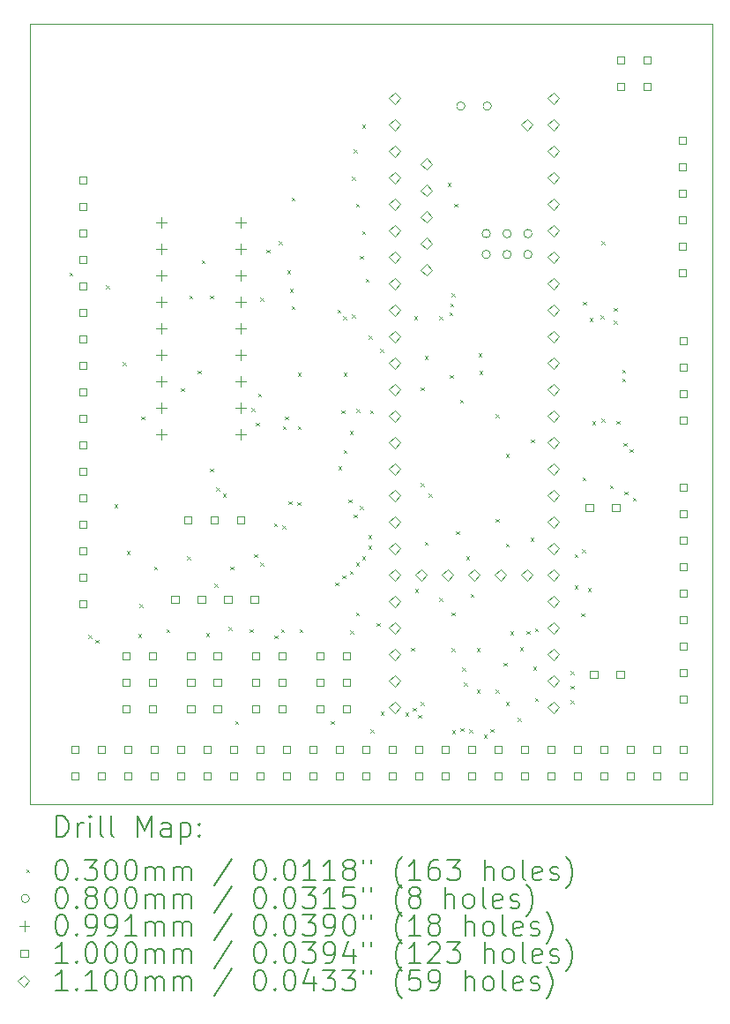
<source format=gbr>
%TF.GenerationSoftware,KiCad,Pcbnew,8.0.3*%
%TF.CreationDate,2025-02-12T02:25:24-08:00*%
%TF.ProjectId,MLU_Breakout,4d4c555f-4272-4656-916b-6f75742e6b69,rev?*%
%TF.SameCoordinates,Original*%
%TF.FileFunction,Drillmap*%
%TF.FilePolarity,Positive*%
%FSLAX45Y45*%
G04 Gerber Fmt 4.5, Leading zero omitted, Abs format (unit mm)*
G04 Created by KiCad (PCBNEW 8.0.3) date 2025-02-12 02:25:24*
%MOMM*%
%LPD*%
G01*
G04 APERTURE LIST*
%ADD10C,0.050000*%
%ADD11C,0.200000*%
%ADD12C,0.100000*%
%ADD13C,0.110000*%
G04 APERTURE END LIST*
D10*
X13711840Y-6141760D02*
X20271840Y-6141760D01*
X20271840Y-13621760D01*
X13711840Y-13621760D01*
X13711840Y-6141760D01*
D11*
D12*
X14095000Y-8525000D02*
X14125000Y-8555000D01*
X14125000Y-8525000D02*
X14095000Y-8555000D01*
X14273492Y-11999048D02*
X14303492Y-12029048D01*
X14303492Y-11999048D02*
X14273492Y-12029048D01*
X14345000Y-12045000D02*
X14375000Y-12075000D01*
X14375000Y-12045000D02*
X14345000Y-12075000D01*
X14445000Y-8645000D02*
X14475000Y-8675000D01*
X14475000Y-8645000D02*
X14445000Y-8675000D01*
X14525000Y-10745000D02*
X14555000Y-10775000D01*
X14555000Y-10745000D02*
X14525000Y-10775000D01*
X14605000Y-9385000D02*
X14635000Y-9415000D01*
X14635000Y-9385000D02*
X14605000Y-9415000D01*
X14645342Y-11196385D02*
X14675342Y-11226385D01*
X14675342Y-11196385D02*
X14645342Y-11226385D01*
X14754873Y-11993646D02*
X14784873Y-12023646D01*
X14784873Y-11993646D02*
X14754873Y-12023646D01*
X14765000Y-11705000D02*
X14795000Y-11735000D01*
X14795000Y-11705000D02*
X14765000Y-11735000D01*
X14785000Y-9905000D02*
X14815000Y-9935000D01*
X14815000Y-9905000D02*
X14785000Y-9935000D01*
X14905000Y-11345000D02*
X14935000Y-11375000D01*
X14935000Y-11345000D02*
X14905000Y-11375000D01*
X15025000Y-11945000D02*
X15055000Y-11975000D01*
X15055000Y-11945000D02*
X15025000Y-11975000D01*
X15165000Y-9632930D02*
X15195000Y-9662930D01*
X15195000Y-9632930D02*
X15165000Y-9662930D01*
X15225000Y-11245000D02*
X15255000Y-11275000D01*
X15255000Y-11245000D02*
X15225000Y-11275000D01*
X15245000Y-8745000D02*
X15275000Y-8775000D01*
X15275000Y-8745000D02*
X15245000Y-8775000D01*
X15325304Y-9466019D02*
X15355304Y-9496019D01*
X15355304Y-9466019D02*
X15325304Y-9496019D01*
X15365000Y-8405000D02*
X15395000Y-8435000D01*
X15395000Y-8405000D02*
X15365000Y-8435000D01*
X15405000Y-11985000D02*
X15435000Y-12015000D01*
X15435000Y-11985000D02*
X15405000Y-12015000D01*
X15445000Y-8745000D02*
X15475000Y-8775000D01*
X15475000Y-8745000D02*
X15445000Y-8775000D01*
X15445000Y-10405000D02*
X15475000Y-10435000D01*
X15475000Y-10405000D02*
X15445000Y-10435000D01*
X15484973Y-11510000D02*
X15514973Y-11540000D01*
X15514973Y-11510000D02*
X15484973Y-11540000D01*
X15505000Y-10585000D02*
X15535000Y-10615000D01*
X15535000Y-10585000D02*
X15505000Y-10615000D01*
X15565000Y-10645000D02*
X15595000Y-10675000D01*
X15595000Y-10645000D02*
X15565000Y-10675000D01*
X15620000Y-11924653D02*
X15650000Y-11954653D01*
X15650000Y-11924653D02*
X15620000Y-11954653D01*
X15636881Y-11344957D02*
X15666881Y-11374957D01*
X15666881Y-11344957D02*
X15636881Y-11374957D01*
X15685000Y-12825000D02*
X15715000Y-12855000D01*
X15715000Y-12825000D02*
X15685000Y-12855000D01*
X15825000Y-11945000D02*
X15855000Y-11975000D01*
X15855000Y-11945000D02*
X15825000Y-11975000D01*
X15840000Y-9825000D02*
X15870000Y-9855000D01*
X15870000Y-9825000D02*
X15840000Y-9855000D01*
X15865000Y-11225000D02*
X15895000Y-11255000D01*
X15895000Y-11225000D02*
X15865000Y-11255000D01*
X15885000Y-9965000D02*
X15915000Y-9995000D01*
X15915000Y-9965000D02*
X15885000Y-9995000D01*
X15905000Y-9685000D02*
X15935000Y-9715000D01*
X15935000Y-9685000D02*
X15905000Y-9715000D01*
X15925000Y-8765000D02*
X15955000Y-8795000D01*
X15955000Y-8765000D02*
X15925000Y-8795000D01*
X15925000Y-11305000D02*
X15955000Y-11335000D01*
X15955000Y-11305000D02*
X15925000Y-11335000D01*
X15985000Y-8305000D02*
X16015000Y-8335000D01*
X16015000Y-8305000D02*
X15985000Y-8335000D01*
X16056930Y-10930964D02*
X16086930Y-10960964D01*
X16086930Y-10930964D02*
X16056930Y-10960964D01*
X16060000Y-12006144D02*
X16090000Y-12036144D01*
X16090000Y-12006144D02*
X16060000Y-12036144D01*
X16105000Y-8225000D02*
X16135000Y-8255000D01*
X16135000Y-8225000D02*
X16105000Y-8255000D01*
X16125000Y-11945000D02*
X16155000Y-11975000D01*
X16155000Y-11945000D02*
X16125000Y-11975000D01*
X16139180Y-10952411D02*
X16169180Y-10982411D01*
X16169180Y-10952411D02*
X16139180Y-10982411D01*
X16143020Y-9996472D02*
X16173020Y-10026472D01*
X16173020Y-9996472D02*
X16143020Y-10026472D01*
X16165000Y-9905000D02*
X16195000Y-9935000D01*
X16195000Y-9905000D02*
X16165000Y-9935000D01*
X16185000Y-8505000D02*
X16215000Y-8535000D01*
X16215000Y-8505000D02*
X16185000Y-8535000D01*
X16195403Y-10716727D02*
X16225403Y-10746727D01*
X16225403Y-10716727D02*
X16195403Y-10746727D01*
X16208364Y-8679872D02*
X16238364Y-8709872D01*
X16238364Y-8679872D02*
X16208364Y-8709872D01*
X16225000Y-7805000D02*
X16255000Y-7835000D01*
X16255000Y-7805000D02*
X16225000Y-7835000D01*
X16225000Y-8845000D02*
X16255000Y-8875000D01*
X16255000Y-8845000D02*
X16225000Y-8875000D01*
X16280000Y-10725000D02*
X16310000Y-10755000D01*
X16310000Y-10725000D02*
X16280000Y-10755000D01*
X16285000Y-9485000D02*
X16315000Y-9515000D01*
X16315000Y-9485000D02*
X16285000Y-9515000D01*
X16285000Y-9996472D02*
X16315000Y-10026472D01*
X16315000Y-9996472D02*
X16285000Y-10026472D01*
X16305000Y-11945000D02*
X16335000Y-11975000D01*
X16335000Y-11945000D02*
X16305000Y-11975000D01*
X16605000Y-12825000D02*
X16635000Y-12855000D01*
X16635000Y-12825000D02*
X16605000Y-12855000D01*
X16647692Y-11495934D02*
X16677692Y-11525934D01*
X16677692Y-11495934D02*
X16647692Y-11525934D01*
X16666883Y-8878552D02*
X16696883Y-8908552D01*
X16696883Y-8878552D02*
X16666883Y-8908552D01*
X16675813Y-10382263D02*
X16705813Y-10412263D01*
X16705813Y-10382263D02*
X16675813Y-10412263D01*
X16705000Y-9845000D02*
X16735000Y-9875000D01*
X16735000Y-9845000D02*
X16705000Y-9875000D01*
X16712692Y-11429683D02*
X16742692Y-11459683D01*
X16742692Y-11429683D02*
X16712692Y-11459683D01*
X16721987Y-8943272D02*
X16751987Y-8973272D01*
X16751987Y-8943272D02*
X16721987Y-8973272D01*
X16725000Y-9485000D02*
X16755000Y-9515000D01*
X16755000Y-9485000D02*
X16725000Y-9515000D01*
X16725000Y-10225000D02*
X16755000Y-10255000D01*
X16755000Y-10225000D02*
X16725000Y-10255000D01*
X16770962Y-10699038D02*
X16800962Y-10729038D01*
X16800962Y-10699038D02*
X16770962Y-10729038D01*
X16785000Y-10045000D02*
X16815000Y-10075000D01*
X16815000Y-10045000D02*
X16785000Y-10075000D01*
X16785000Y-11385000D02*
X16815000Y-11415000D01*
X16815000Y-11385000D02*
X16785000Y-11415000D01*
X16789000Y-11959246D02*
X16819000Y-11989246D01*
X16819000Y-11959246D02*
X16789000Y-11989246D01*
X16805000Y-7605000D02*
X16835000Y-7635000D01*
X16835000Y-7605000D02*
X16805000Y-7635000D01*
X16805000Y-8925000D02*
X16835000Y-8955000D01*
X16835000Y-8925000D02*
X16805000Y-8955000D01*
X16825000Y-7345000D02*
X16855000Y-7375000D01*
X16855000Y-7345000D02*
X16825000Y-7375000D01*
X16825000Y-10845000D02*
X16855000Y-10875000D01*
X16855000Y-10845000D02*
X16825000Y-10875000D01*
X16845000Y-7865000D02*
X16875000Y-7895000D01*
X16875000Y-7865000D02*
X16845000Y-7895000D01*
X16845000Y-11305000D02*
X16875000Y-11335000D01*
X16875000Y-11305000D02*
X16845000Y-11335000D01*
X16845000Y-11785000D02*
X16875000Y-11815000D01*
X16875000Y-11785000D02*
X16845000Y-11815000D01*
X16849770Y-9832292D02*
X16879770Y-9862292D01*
X16879770Y-9832292D02*
X16849770Y-9862292D01*
X16885000Y-8365000D02*
X16915000Y-8395000D01*
X16915000Y-8365000D02*
X16885000Y-8395000D01*
X16885000Y-10765000D02*
X16915000Y-10795000D01*
X16915000Y-10765000D02*
X16885000Y-10795000D01*
X16905000Y-7105000D02*
X16935000Y-7135000D01*
X16935000Y-7105000D02*
X16905000Y-7135000D01*
X16905000Y-8125000D02*
X16935000Y-8155000D01*
X16935000Y-8125000D02*
X16905000Y-8155000D01*
X16905000Y-11245000D02*
X16935000Y-11275000D01*
X16935000Y-11245000D02*
X16905000Y-11275000D01*
X16937989Y-8582909D02*
X16967989Y-8612909D01*
X16967989Y-8582909D02*
X16937989Y-8612909D01*
X16965000Y-11045000D02*
X16995000Y-11075000D01*
X16995000Y-11045000D02*
X16965000Y-11075000D01*
X16965000Y-11145000D02*
X16995000Y-11175000D01*
X16995000Y-11145000D02*
X16965000Y-11175000D01*
X16970000Y-9127737D02*
X17000000Y-9157737D01*
X17000000Y-9127737D02*
X16970000Y-9157737D01*
X16979770Y-9846841D02*
X17009770Y-9876841D01*
X17009770Y-9846841D02*
X16979770Y-9876841D01*
X16985000Y-12905000D02*
X17015000Y-12935000D01*
X17015000Y-12905000D02*
X16985000Y-12935000D01*
X17045000Y-11885000D02*
X17075000Y-11915000D01*
X17075000Y-11885000D02*
X17045000Y-11915000D01*
X17079077Y-9259077D02*
X17109077Y-9289077D01*
X17109077Y-9259077D02*
X17079077Y-9289077D01*
X17083569Y-12736772D02*
X17113569Y-12766772D01*
X17113569Y-12736772D02*
X17083569Y-12766772D01*
X17318100Y-12744972D02*
X17348100Y-12774972D01*
X17348100Y-12744972D02*
X17318100Y-12774972D01*
X17375930Y-12124491D02*
X17405930Y-12154491D01*
X17405930Y-12124491D02*
X17375930Y-12154491D01*
X17389760Y-12699258D02*
X17419760Y-12729258D01*
X17419760Y-12699258D02*
X17389760Y-12729258D01*
X17405000Y-8945000D02*
X17435000Y-8975000D01*
X17435000Y-8945000D02*
X17405000Y-8975000D01*
X17414048Y-11561274D02*
X17444048Y-11591274D01*
X17444048Y-11561274D02*
X17414048Y-11591274D01*
X17443555Y-12766360D02*
X17473555Y-12796360D01*
X17473555Y-12766360D02*
X17443555Y-12796360D01*
X17465000Y-9625000D02*
X17495000Y-9655000D01*
X17495000Y-9625000D02*
X17465000Y-9655000D01*
X17465000Y-10545000D02*
X17495000Y-10575000D01*
X17495000Y-10545000D02*
X17465000Y-10575000D01*
X17465000Y-12645000D02*
X17495000Y-12675000D01*
X17495000Y-12645000D02*
X17465000Y-12675000D01*
X17505000Y-9325000D02*
X17535000Y-9355000D01*
X17535000Y-9325000D02*
X17505000Y-9355000D01*
X17505000Y-11105000D02*
X17535000Y-11135000D01*
X17535000Y-11105000D02*
X17505000Y-11135000D01*
X17545000Y-10645000D02*
X17575000Y-10675000D01*
X17575000Y-10645000D02*
X17545000Y-10675000D01*
X17645000Y-8945000D02*
X17675000Y-8975000D01*
X17675000Y-8945000D02*
X17645000Y-8975000D01*
X17645000Y-11645000D02*
X17675000Y-11675000D01*
X17675000Y-11645000D02*
X17645000Y-11675000D01*
X17725000Y-7665000D02*
X17755000Y-7695000D01*
X17755000Y-7665000D02*
X17725000Y-7695000D01*
X17742362Y-8905707D02*
X17772362Y-8935707D01*
X17772362Y-8905707D02*
X17742362Y-8935707D01*
X17745000Y-9505000D02*
X17775000Y-9535000D01*
X17775000Y-9505000D02*
X17745000Y-9535000D01*
X17749046Y-8820970D02*
X17779046Y-8850970D01*
X17779046Y-8820970D02*
X17749046Y-8850970D01*
X17765000Y-8725000D02*
X17795000Y-8755000D01*
X17795000Y-8725000D02*
X17765000Y-8755000D01*
X17765000Y-11785000D02*
X17795000Y-11815000D01*
X17795000Y-11785000D02*
X17765000Y-11815000D01*
X17765000Y-12125000D02*
X17795000Y-12155000D01*
X17795000Y-12125000D02*
X17765000Y-12155000D01*
X17769716Y-12915280D02*
X17799716Y-12945280D01*
X17799716Y-12915280D02*
X17769716Y-12945280D01*
X17790000Y-7865000D02*
X17820000Y-7895000D01*
X17820000Y-7865000D02*
X17790000Y-7895000D01*
X17805000Y-11005000D02*
X17835000Y-11035000D01*
X17835000Y-11005000D02*
X17805000Y-11035000D01*
X17845000Y-9745000D02*
X17875000Y-9775000D01*
X17875000Y-9745000D02*
X17845000Y-9775000D01*
X17848370Y-12895000D02*
X17878370Y-12925000D01*
X17878370Y-12895000D02*
X17848370Y-12925000D01*
X17865000Y-12314055D02*
X17895000Y-12344055D01*
X17895000Y-12314055D02*
X17865000Y-12344055D01*
X17883571Y-12456566D02*
X17913571Y-12486566D01*
X17913571Y-12456566D02*
X17883571Y-12486566D01*
X17905000Y-11245000D02*
X17935000Y-11275000D01*
X17935000Y-11245000D02*
X17905000Y-11275000D01*
X17932842Y-12904465D02*
X17962842Y-12934465D01*
X17962842Y-12904465D02*
X17932842Y-12934465D01*
X17945000Y-11605000D02*
X17975000Y-11635000D01*
X17975000Y-11605000D02*
X17945000Y-11635000D01*
X18005000Y-12125000D02*
X18035000Y-12155000D01*
X18035000Y-12125000D02*
X18005000Y-12155000D01*
X18005000Y-12525000D02*
X18035000Y-12555000D01*
X18035000Y-12525000D02*
X18005000Y-12555000D01*
X18022634Y-9298604D02*
X18052634Y-9328604D01*
X18052634Y-9298604D02*
X18022634Y-9328604D01*
X18029038Y-9470000D02*
X18059038Y-9500000D01*
X18059038Y-9470000D02*
X18029038Y-9500000D01*
X18070962Y-12959038D02*
X18100962Y-12989038D01*
X18100962Y-12959038D02*
X18070962Y-12989038D01*
X18135098Y-12903571D02*
X18165098Y-12933571D01*
X18165098Y-12903571D02*
X18135098Y-12933571D01*
X18185000Y-9885000D02*
X18215000Y-9915000D01*
X18215000Y-9885000D02*
X18185000Y-9915000D01*
X18185000Y-10885000D02*
X18215000Y-10915000D01*
X18215000Y-10885000D02*
X18185000Y-10915000D01*
X18185000Y-12525000D02*
X18215000Y-12555000D01*
X18215000Y-12525000D02*
X18185000Y-12555000D01*
X18265000Y-12265000D02*
X18295000Y-12295000D01*
X18295000Y-12265000D02*
X18265000Y-12295000D01*
X18285000Y-10265000D02*
X18315000Y-10295000D01*
X18315000Y-10265000D02*
X18285000Y-10295000D01*
X18285000Y-11125000D02*
X18315000Y-11155000D01*
X18315000Y-11125000D02*
X18285000Y-11155000D01*
X18285000Y-12645000D02*
X18315000Y-12675000D01*
X18315000Y-12645000D02*
X18285000Y-12675000D01*
X18325000Y-11965000D02*
X18355000Y-11995000D01*
X18355000Y-11965000D02*
X18325000Y-11995000D01*
X18400460Y-12795000D02*
X18430460Y-12825000D01*
X18430460Y-12795000D02*
X18400460Y-12825000D01*
X18421102Y-12116669D02*
X18451102Y-12146669D01*
X18451102Y-12116669D02*
X18421102Y-12146669D01*
X18482814Y-11962362D02*
X18512814Y-11992362D01*
X18512814Y-11962362D02*
X18482814Y-11992362D01*
X18520962Y-11069038D02*
X18550962Y-11099038D01*
X18550962Y-11069038D02*
X18520962Y-11099038D01*
X18525000Y-10125000D02*
X18555000Y-10155000D01*
X18555000Y-10125000D02*
X18525000Y-10155000D01*
X18545000Y-12305000D02*
X18575000Y-12335000D01*
X18575000Y-12305000D02*
X18545000Y-12335000D01*
X18563382Y-11935276D02*
X18593382Y-11965276D01*
X18593382Y-11935276D02*
X18563382Y-11965276D01*
X18565000Y-12605000D02*
X18595000Y-12635000D01*
X18595000Y-12605000D02*
X18565000Y-12635000D01*
X18905000Y-12345000D02*
X18935000Y-12375000D01*
X18935000Y-12345000D02*
X18905000Y-12375000D01*
X18905000Y-12485000D02*
X18935000Y-12515000D01*
X18935000Y-12485000D02*
X18905000Y-12515000D01*
X18905000Y-12625000D02*
X18935000Y-12655000D01*
X18935000Y-12625000D02*
X18905000Y-12655000D01*
X18945000Y-11225000D02*
X18975000Y-11255000D01*
X18975000Y-11225000D02*
X18945000Y-11255000D01*
X18945000Y-11525000D02*
X18975000Y-11555000D01*
X18975000Y-11525000D02*
X18945000Y-11555000D01*
X19010000Y-11791924D02*
X19040000Y-11821924D01*
X19040000Y-11791924D02*
X19010000Y-11821924D01*
X19015706Y-11177822D02*
X19045706Y-11207822D01*
X19045706Y-11177822D02*
X19015706Y-11207822D01*
X19021000Y-10489043D02*
X19051000Y-10519043D01*
X19051000Y-10489043D02*
X19021000Y-10519043D01*
X19025000Y-8805000D02*
X19055000Y-8835000D01*
X19055000Y-8805000D02*
X19025000Y-8835000D01*
X19072742Y-11552406D02*
X19102742Y-11582406D01*
X19102742Y-11552406D02*
X19072742Y-11582406D01*
X19089038Y-8960962D02*
X19119038Y-8990962D01*
X19119038Y-8960962D02*
X19089038Y-8990962D01*
X19114276Y-9952150D02*
X19144276Y-9982150D01*
X19144276Y-9952150D02*
X19114276Y-9982150D01*
X19196273Y-8933195D02*
X19226273Y-8963195D01*
X19226273Y-8933195D02*
X19196273Y-8963195D01*
X19205000Y-8225000D02*
X19235000Y-8255000D01*
X19235000Y-8225000D02*
X19205000Y-8255000D01*
X19205000Y-9925000D02*
X19235000Y-9955000D01*
X19235000Y-9925000D02*
X19205000Y-9955000D01*
X19285000Y-10565000D02*
X19315000Y-10595000D01*
X19315000Y-10565000D02*
X19285000Y-10595000D01*
X19320000Y-8862978D02*
X19350000Y-8892978D01*
X19350000Y-8862978D02*
X19320000Y-8892978D01*
X19320000Y-8987978D02*
X19350000Y-9017978D01*
X19350000Y-8987978D02*
X19320000Y-9017978D01*
X19345000Y-9945000D02*
X19375000Y-9975000D01*
X19375000Y-9945000D02*
X19345000Y-9975000D01*
X19400000Y-9456968D02*
X19430000Y-9486968D01*
X19430000Y-9456968D02*
X19400000Y-9486968D01*
X19400000Y-9539433D02*
X19430000Y-9569433D01*
X19430000Y-9539433D02*
X19400000Y-9569433D01*
X19414448Y-10160398D02*
X19444448Y-10190398D01*
X19444448Y-10160398D02*
X19414448Y-10190398D01*
X19425000Y-10625000D02*
X19455000Y-10655000D01*
X19455000Y-10625000D02*
X19425000Y-10655000D01*
X19472025Y-10217975D02*
X19502025Y-10247975D01*
X19502025Y-10217975D02*
X19472025Y-10247975D01*
X19505000Y-10685000D02*
X19535000Y-10715000D01*
X19535000Y-10685000D02*
X19505000Y-10715000D01*
X17891000Y-6927080D02*
G75*
G02*
X17811000Y-6927080I-40000J0D01*
G01*
X17811000Y-6927080D02*
G75*
G02*
X17891000Y-6927080I40000J0D01*
G01*
X18136160Y-8151080D02*
G75*
G02*
X18056160Y-8151080I-40000J0D01*
G01*
X18056160Y-8151080D02*
G75*
G02*
X18136160Y-8151080I40000J0D01*
G01*
X18136160Y-8351080D02*
G75*
G02*
X18056160Y-8351080I-40000J0D01*
G01*
X18056160Y-8351080D02*
G75*
G02*
X18136160Y-8351080I40000J0D01*
G01*
X18145000Y-6927080D02*
G75*
G02*
X18065000Y-6927080I-40000J0D01*
G01*
X18065000Y-6927080D02*
G75*
G02*
X18145000Y-6927080I40000J0D01*
G01*
X18336160Y-8151080D02*
G75*
G02*
X18256160Y-8151080I-40000J0D01*
G01*
X18256160Y-8151080D02*
G75*
G02*
X18336160Y-8151080I40000J0D01*
G01*
X18336160Y-8351080D02*
G75*
G02*
X18256160Y-8351080I-40000J0D01*
G01*
X18256160Y-8351080D02*
G75*
G02*
X18336160Y-8351080I40000J0D01*
G01*
X18536160Y-8151080D02*
G75*
G02*
X18456160Y-8151080I-40000J0D01*
G01*
X18456160Y-8151080D02*
G75*
G02*
X18536160Y-8151080I40000J0D01*
G01*
X18536160Y-8351080D02*
G75*
G02*
X18456160Y-8351080I-40000J0D01*
G01*
X18456160Y-8351080D02*
G75*
G02*
X18536160Y-8351080I40000J0D01*
G01*
X14979000Y-7994470D02*
X14979000Y-8093530D01*
X14929470Y-8044000D02*
X15028530Y-8044000D01*
X14979000Y-8248470D02*
X14979000Y-8347530D01*
X14929470Y-8298000D02*
X15028530Y-8298000D01*
X14979000Y-8502470D02*
X14979000Y-8601530D01*
X14929470Y-8552000D02*
X15028530Y-8552000D01*
X14979000Y-8756470D02*
X14979000Y-8855530D01*
X14929470Y-8806000D02*
X15028530Y-8806000D01*
X14979000Y-9010470D02*
X14979000Y-9109530D01*
X14929470Y-9060000D02*
X15028530Y-9060000D01*
X14979000Y-9264470D02*
X14979000Y-9363530D01*
X14929470Y-9314000D02*
X15028530Y-9314000D01*
X14979000Y-9518470D02*
X14979000Y-9617530D01*
X14929470Y-9568000D02*
X15028530Y-9568000D01*
X14979000Y-9772470D02*
X14979000Y-9871530D01*
X14929470Y-9822000D02*
X15028530Y-9822000D01*
X14979000Y-10026470D02*
X14979000Y-10125530D01*
X14929470Y-10076000D02*
X15028530Y-10076000D01*
X15741000Y-7994470D02*
X15741000Y-8093530D01*
X15691470Y-8044000D02*
X15790530Y-8044000D01*
X15741000Y-8248470D02*
X15741000Y-8347530D01*
X15691470Y-8298000D02*
X15790530Y-8298000D01*
X15741000Y-8502470D02*
X15741000Y-8601530D01*
X15691470Y-8552000D02*
X15790530Y-8552000D01*
X15741000Y-8756470D02*
X15741000Y-8855530D01*
X15691470Y-8806000D02*
X15790530Y-8806000D01*
X15741000Y-9010470D02*
X15741000Y-9109530D01*
X15691470Y-9060000D02*
X15790530Y-9060000D01*
X15741000Y-9264470D02*
X15741000Y-9363530D01*
X15691470Y-9314000D02*
X15790530Y-9314000D01*
X15741000Y-9518470D02*
X15741000Y-9617530D01*
X15691470Y-9568000D02*
X15790530Y-9568000D01*
X15741000Y-9772470D02*
X15741000Y-9871530D01*
X15691470Y-9822000D02*
X15790530Y-9822000D01*
X15741000Y-10026470D02*
X15741000Y-10125530D01*
X15691470Y-10076000D02*
X15790530Y-10076000D01*
X14181356Y-13135356D02*
X14181356Y-13064644D01*
X14110644Y-13064644D01*
X14110644Y-13135356D01*
X14181356Y-13135356D01*
X14181356Y-13389356D02*
X14181356Y-13318644D01*
X14110644Y-13318644D01*
X14110644Y-13389356D01*
X14181356Y-13389356D01*
X14255356Y-7675356D02*
X14255356Y-7604644D01*
X14184644Y-7604644D01*
X14184644Y-7675356D01*
X14255356Y-7675356D01*
X14255356Y-7929356D02*
X14255356Y-7858644D01*
X14184644Y-7858644D01*
X14184644Y-7929356D01*
X14255356Y-7929356D01*
X14255356Y-8183356D02*
X14255356Y-8112644D01*
X14184644Y-8112644D01*
X14184644Y-8183356D01*
X14255356Y-8183356D01*
X14255356Y-8437356D02*
X14255356Y-8366644D01*
X14184644Y-8366644D01*
X14184644Y-8437356D01*
X14255356Y-8437356D01*
X14255356Y-8691356D02*
X14255356Y-8620644D01*
X14184644Y-8620644D01*
X14184644Y-8691356D01*
X14255356Y-8691356D01*
X14255356Y-8945356D02*
X14255356Y-8874644D01*
X14184644Y-8874644D01*
X14184644Y-8945356D01*
X14255356Y-8945356D01*
X14255356Y-9199356D02*
X14255356Y-9128644D01*
X14184644Y-9128644D01*
X14184644Y-9199356D01*
X14255356Y-9199356D01*
X14255356Y-9453356D02*
X14255356Y-9382644D01*
X14184644Y-9382644D01*
X14184644Y-9453356D01*
X14255356Y-9453356D01*
X14255356Y-9707356D02*
X14255356Y-9636644D01*
X14184644Y-9636644D01*
X14184644Y-9707356D01*
X14255356Y-9707356D01*
X14255356Y-9961356D02*
X14255356Y-9890644D01*
X14184644Y-9890644D01*
X14184644Y-9961356D01*
X14255356Y-9961356D01*
X14255356Y-10215356D02*
X14255356Y-10144644D01*
X14184644Y-10144644D01*
X14184644Y-10215356D01*
X14255356Y-10215356D01*
X14255356Y-10469356D02*
X14255356Y-10398644D01*
X14184644Y-10398644D01*
X14184644Y-10469356D01*
X14255356Y-10469356D01*
X14255356Y-10723356D02*
X14255356Y-10652644D01*
X14184644Y-10652644D01*
X14184644Y-10723356D01*
X14255356Y-10723356D01*
X14255356Y-10977356D02*
X14255356Y-10906644D01*
X14184644Y-10906644D01*
X14184644Y-10977356D01*
X14255356Y-10977356D01*
X14255356Y-11231356D02*
X14255356Y-11160644D01*
X14184644Y-11160644D01*
X14184644Y-11231356D01*
X14255356Y-11231356D01*
X14255356Y-11485356D02*
X14255356Y-11414644D01*
X14184644Y-11414644D01*
X14184644Y-11485356D01*
X14255356Y-11485356D01*
X14255356Y-11739356D02*
X14255356Y-11668644D01*
X14184644Y-11668644D01*
X14184644Y-11739356D01*
X14255356Y-11739356D01*
X14435356Y-13135356D02*
X14435356Y-13064644D01*
X14364644Y-13064644D01*
X14364644Y-13135356D01*
X14435356Y-13135356D01*
X14435356Y-13389356D02*
X14435356Y-13318644D01*
X14364644Y-13318644D01*
X14364644Y-13389356D01*
X14435356Y-13389356D01*
X14675356Y-12235356D02*
X14675356Y-12164644D01*
X14604644Y-12164644D01*
X14604644Y-12235356D01*
X14675356Y-12235356D01*
X14675356Y-12489356D02*
X14675356Y-12418644D01*
X14604644Y-12418644D01*
X14604644Y-12489356D01*
X14675356Y-12489356D01*
X14675356Y-12743356D02*
X14675356Y-12672644D01*
X14604644Y-12672644D01*
X14604644Y-12743356D01*
X14675356Y-12743356D01*
X14689356Y-13135356D02*
X14689356Y-13064644D01*
X14618644Y-13064644D01*
X14618644Y-13135356D01*
X14689356Y-13135356D01*
X14689356Y-13389356D02*
X14689356Y-13318644D01*
X14618644Y-13318644D01*
X14618644Y-13389356D01*
X14689356Y-13389356D01*
X14929356Y-12235356D02*
X14929356Y-12164644D01*
X14858644Y-12164644D01*
X14858644Y-12235356D01*
X14929356Y-12235356D01*
X14929356Y-12489356D02*
X14929356Y-12418644D01*
X14858644Y-12418644D01*
X14858644Y-12489356D01*
X14929356Y-12489356D01*
X14929356Y-12743356D02*
X14929356Y-12672644D01*
X14858644Y-12672644D01*
X14858644Y-12743356D01*
X14929356Y-12743356D01*
X14943356Y-13135356D02*
X14943356Y-13064644D01*
X14872644Y-13064644D01*
X14872644Y-13135356D01*
X14943356Y-13135356D01*
X14943356Y-13389356D02*
X14943356Y-13318644D01*
X14872644Y-13318644D01*
X14872644Y-13389356D01*
X14943356Y-13389356D01*
X15141356Y-11692856D02*
X15141356Y-11622144D01*
X15070644Y-11622144D01*
X15070644Y-11692856D01*
X15141356Y-11692856D01*
X15197356Y-13135356D02*
X15197356Y-13064644D01*
X15126644Y-13064644D01*
X15126644Y-13135356D01*
X15197356Y-13135356D01*
X15197356Y-13389356D02*
X15197356Y-13318644D01*
X15126644Y-13318644D01*
X15126644Y-13389356D01*
X15197356Y-13389356D01*
X15262856Y-10935356D02*
X15262856Y-10864644D01*
X15192144Y-10864644D01*
X15192144Y-10935356D01*
X15262856Y-10935356D01*
X15295356Y-12235356D02*
X15295356Y-12164644D01*
X15224644Y-12164644D01*
X15224644Y-12235356D01*
X15295356Y-12235356D01*
X15295356Y-12489356D02*
X15295356Y-12418644D01*
X15224644Y-12418644D01*
X15224644Y-12489356D01*
X15295356Y-12489356D01*
X15295356Y-12743356D02*
X15295356Y-12672644D01*
X15224644Y-12672644D01*
X15224644Y-12743356D01*
X15295356Y-12743356D01*
X15395356Y-11692856D02*
X15395356Y-11622144D01*
X15324644Y-11622144D01*
X15324644Y-11692856D01*
X15395356Y-11692856D01*
X15451356Y-13135356D02*
X15451356Y-13064644D01*
X15380644Y-13064644D01*
X15380644Y-13135356D01*
X15451356Y-13135356D01*
X15451356Y-13389356D02*
X15451356Y-13318644D01*
X15380644Y-13318644D01*
X15380644Y-13389356D01*
X15451356Y-13389356D01*
X15516856Y-10935356D02*
X15516856Y-10864644D01*
X15446144Y-10864644D01*
X15446144Y-10935356D01*
X15516856Y-10935356D01*
X15549356Y-12235356D02*
X15549356Y-12164644D01*
X15478644Y-12164644D01*
X15478644Y-12235356D01*
X15549356Y-12235356D01*
X15549356Y-12489356D02*
X15549356Y-12418644D01*
X15478644Y-12418644D01*
X15478644Y-12489356D01*
X15549356Y-12489356D01*
X15549356Y-12743356D02*
X15549356Y-12672644D01*
X15478644Y-12672644D01*
X15478644Y-12743356D01*
X15549356Y-12743356D01*
X15649356Y-11692856D02*
X15649356Y-11622144D01*
X15578644Y-11622144D01*
X15578644Y-11692856D01*
X15649356Y-11692856D01*
X15705356Y-13135356D02*
X15705356Y-13064644D01*
X15634644Y-13064644D01*
X15634644Y-13135356D01*
X15705356Y-13135356D01*
X15705356Y-13389356D02*
X15705356Y-13318644D01*
X15634644Y-13318644D01*
X15634644Y-13389356D01*
X15705356Y-13389356D01*
X15770856Y-10935356D02*
X15770856Y-10864644D01*
X15700144Y-10864644D01*
X15700144Y-10935356D01*
X15770856Y-10935356D01*
X15903356Y-11692856D02*
X15903356Y-11622144D01*
X15832644Y-11622144D01*
X15832644Y-11692856D01*
X15903356Y-11692856D01*
X15915356Y-12235356D02*
X15915356Y-12164644D01*
X15844644Y-12164644D01*
X15844644Y-12235356D01*
X15915356Y-12235356D01*
X15915356Y-12489356D02*
X15915356Y-12418644D01*
X15844644Y-12418644D01*
X15844644Y-12489356D01*
X15915356Y-12489356D01*
X15915356Y-12743356D02*
X15915356Y-12672644D01*
X15844644Y-12672644D01*
X15844644Y-12743356D01*
X15915356Y-12743356D01*
X15959356Y-13135356D02*
X15959356Y-13064644D01*
X15888644Y-13064644D01*
X15888644Y-13135356D01*
X15959356Y-13135356D01*
X15959356Y-13389356D02*
X15959356Y-13318644D01*
X15888644Y-13318644D01*
X15888644Y-13389356D01*
X15959356Y-13389356D01*
X16169356Y-12235356D02*
X16169356Y-12164644D01*
X16098644Y-12164644D01*
X16098644Y-12235356D01*
X16169356Y-12235356D01*
X16169356Y-12489356D02*
X16169356Y-12418644D01*
X16098644Y-12418644D01*
X16098644Y-12489356D01*
X16169356Y-12489356D01*
X16169356Y-12743356D02*
X16169356Y-12672644D01*
X16098644Y-12672644D01*
X16098644Y-12743356D01*
X16169356Y-12743356D01*
X16213356Y-13135356D02*
X16213356Y-13064644D01*
X16142644Y-13064644D01*
X16142644Y-13135356D01*
X16213356Y-13135356D01*
X16213356Y-13389356D02*
X16213356Y-13318644D01*
X16142644Y-13318644D01*
X16142644Y-13389356D01*
X16213356Y-13389356D01*
X16467356Y-13135356D02*
X16467356Y-13064644D01*
X16396644Y-13064644D01*
X16396644Y-13135356D01*
X16467356Y-13135356D01*
X16467356Y-13389356D02*
X16467356Y-13318644D01*
X16396644Y-13318644D01*
X16396644Y-13389356D01*
X16467356Y-13389356D01*
X16535356Y-12235356D02*
X16535356Y-12164644D01*
X16464644Y-12164644D01*
X16464644Y-12235356D01*
X16535356Y-12235356D01*
X16535356Y-12489356D02*
X16535356Y-12418644D01*
X16464644Y-12418644D01*
X16464644Y-12489356D01*
X16535356Y-12489356D01*
X16535356Y-12743356D02*
X16535356Y-12672644D01*
X16464644Y-12672644D01*
X16464644Y-12743356D01*
X16535356Y-12743356D01*
X16721356Y-13135356D02*
X16721356Y-13064644D01*
X16650644Y-13064644D01*
X16650644Y-13135356D01*
X16721356Y-13135356D01*
X16721356Y-13389356D02*
X16721356Y-13318644D01*
X16650644Y-13318644D01*
X16650644Y-13389356D01*
X16721356Y-13389356D01*
X16789356Y-12235356D02*
X16789356Y-12164644D01*
X16718644Y-12164644D01*
X16718644Y-12235356D01*
X16789356Y-12235356D01*
X16789356Y-12489356D02*
X16789356Y-12418644D01*
X16718644Y-12418644D01*
X16718644Y-12489356D01*
X16789356Y-12489356D01*
X16789356Y-12743356D02*
X16789356Y-12672644D01*
X16718644Y-12672644D01*
X16718644Y-12743356D01*
X16789356Y-12743356D01*
X16975356Y-13135356D02*
X16975356Y-13064644D01*
X16904644Y-13064644D01*
X16904644Y-13135356D01*
X16975356Y-13135356D01*
X16975356Y-13389356D02*
X16975356Y-13318644D01*
X16904644Y-13318644D01*
X16904644Y-13389356D01*
X16975356Y-13389356D01*
X17229356Y-13135356D02*
X17229356Y-13064644D01*
X17158644Y-13064644D01*
X17158644Y-13135356D01*
X17229356Y-13135356D01*
X17229356Y-13389356D02*
X17229356Y-13318644D01*
X17158644Y-13318644D01*
X17158644Y-13389356D01*
X17229356Y-13389356D01*
X17483356Y-13135356D02*
X17483356Y-13064644D01*
X17412644Y-13064644D01*
X17412644Y-13135356D01*
X17483356Y-13135356D01*
X17483356Y-13389356D02*
X17483356Y-13318644D01*
X17412644Y-13318644D01*
X17412644Y-13389356D01*
X17483356Y-13389356D01*
X17737356Y-13135356D02*
X17737356Y-13064644D01*
X17666644Y-13064644D01*
X17666644Y-13135356D01*
X17737356Y-13135356D01*
X17737356Y-13389356D02*
X17737356Y-13318644D01*
X17666644Y-13318644D01*
X17666644Y-13389356D01*
X17737356Y-13389356D01*
X17991356Y-13135356D02*
X17991356Y-13064644D01*
X17920644Y-13064644D01*
X17920644Y-13135356D01*
X17991356Y-13135356D01*
X17991356Y-13389356D02*
X17991356Y-13318644D01*
X17920644Y-13318644D01*
X17920644Y-13389356D01*
X17991356Y-13389356D01*
X18245356Y-13135356D02*
X18245356Y-13064644D01*
X18174644Y-13064644D01*
X18174644Y-13135356D01*
X18245356Y-13135356D01*
X18245356Y-13389356D02*
X18245356Y-13318644D01*
X18174644Y-13318644D01*
X18174644Y-13389356D01*
X18245356Y-13389356D01*
X18499356Y-13135356D02*
X18499356Y-13064644D01*
X18428644Y-13064644D01*
X18428644Y-13135356D01*
X18499356Y-13135356D01*
X18499356Y-13389356D02*
X18499356Y-13318644D01*
X18428644Y-13318644D01*
X18428644Y-13389356D01*
X18499356Y-13389356D01*
X18753356Y-13135356D02*
X18753356Y-13064644D01*
X18682644Y-13064644D01*
X18682644Y-13135356D01*
X18753356Y-13135356D01*
X18753356Y-13389356D02*
X18753356Y-13318644D01*
X18682644Y-13318644D01*
X18682644Y-13389356D01*
X18753356Y-13389356D01*
X19007356Y-13135356D02*
X19007356Y-13064644D01*
X18936644Y-13064644D01*
X18936644Y-13135356D01*
X19007356Y-13135356D01*
X19007356Y-13389356D02*
X19007356Y-13318644D01*
X18936644Y-13318644D01*
X18936644Y-13389356D01*
X19007356Y-13389356D01*
X19121356Y-10815356D02*
X19121356Y-10744644D01*
X19050644Y-10744644D01*
X19050644Y-10815356D01*
X19121356Y-10815356D01*
X19163856Y-12415356D02*
X19163856Y-12344644D01*
X19093144Y-12344644D01*
X19093144Y-12415356D01*
X19163856Y-12415356D01*
X19261356Y-13135356D02*
X19261356Y-13064644D01*
X19190644Y-13064644D01*
X19190644Y-13135356D01*
X19261356Y-13135356D01*
X19261356Y-13389356D02*
X19261356Y-13318644D01*
X19190644Y-13318644D01*
X19190644Y-13389356D01*
X19261356Y-13389356D01*
X19375356Y-10815356D02*
X19375356Y-10744644D01*
X19304644Y-10744644D01*
X19304644Y-10815356D01*
X19375356Y-10815356D01*
X19417856Y-12415356D02*
X19417856Y-12344644D01*
X19347144Y-12344644D01*
X19347144Y-12415356D01*
X19417856Y-12415356D01*
X19421356Y-6521356D02*
X19421356Y-6450644D01*
X19350644Y-6450644D01*
X19350644Y-6521356D01*
X19421356Y-6521356D01*
X19421356Y-6775356D02*
X19421356Y-6704644D01*
X19350644Y-6704644D01*
X19350644Y-6775356D01*
X19421356Y-6775356D01*
X19515356Y-13135356D02*
X19515356Y-13064644D01*
X19444644Y-13064644D01*
X19444644Y-13135356D01*
X19515356Y-13135356D01*
X19515356Y-13389356D02*
X19515356Y-13318644D01*
X19444644Y-13318644D01*
X19444644Y-13389356D01*
X19515356Y-13389356D01*
X19675356Y-6521356D02*
X19675356Y-6450644D01*
X19604644Y-6450644D01*
X19604644Y-6521356D01*
X19675356Y-6521356D01*
X19675356Y-6775356D02*
X19675356Y-6704644D01*
X19604644Y-6704644D01*
X19604644Y-6775356D01*
X19675356Y-6775356D01*
X19769356Y-13135356D02*
X19769356Y-13064644D01*
X19698644Y-13064644D01*
X19698644Y-13135356D01*
X19769356Y-13135356D01*
X19769356Y-13389356D02*
X19769356Y-13318644D01*
X19698644Y-13318644D01*
X19698644Y-13389356D01*
X19769356Y-13389356D01*
X20015356Y-7293356D02*
X20015356Y-7222644D01*
X19944644Y-7222644D01*
X19944644Y-7293356D01*
X20015356Y-7293356D01*
X20015356Y-7547356D02*
X20015356Y-7476644D01*
X19944644Y-7476644D01*
X19944644Y-7547356D01*
X20015356Y-7547356D01*
X20015356Y-7801356D02*
X20015356Y-7730644D01*
X19944644Y-7730644D01*
X19944644Y-7801356D01*
X20015356Y-7801356D01*
X20015356Y-8055356D02*
X20015356Y-7984644D01*
X19944644Y-7984644D01*
X19944644Y-8055356D01*
X20015356Y-8055356D01*
X20015356Y-8309356D02*
X20015356Y-8238644D01*
X19944644Y-8238644D01*
X19944644Y-8309356D01*
X20015356Y-8309356D01*
X20015356Y-8563356D02*
X20015356Y-8492644D01*
X19944644Y-8492644D01*
X19944644Y-8563356D01*
X20015356Y-8563356D01*
X20021056Y-10620356D02*
X20021056Y-10549644D01*
X19950344Y-10549644D01*
X19950344Y-10620356D01*
X20021056Y-10620356D01*
X20021056Y-10874356D02*
X20021056Y-10803644D01*
X19950344Y-10803644D01*
X19950344Y-10874356D01*
X20021056Y-10874356D01*
X20021056Y-11128356D02*
X20021056Y-11057644D01*
X19950344Y-11057644D01*
X19950344Y-11128356D01*
X20021056Y-11128356D01*
X20021056Y-11382356D02*
X20021056Y-11311644D01*
X19950344Y-11311644D01*
X19950344Y-11382356D01*
X20021056Y-11382356D01*
X20021056Y-11636356D02*
X20021056Y-11565644D01*
X19950344Y-11565644D01*
X19950344Y-11636356D01*
X20021056Y-11636356D01*
X20021056Y-11890356D02*
X20021056Y-11819644D01*
X19950344Y-11819644D01*
X19950344Y-11890356D01*
X20021056Y-11890356D01*
X20021056Y-12144356D02*
X20021056Y-12073644D01*
X19950344Y-12073644D01*
X19950344Y-12144356D01*
X20021056Y-12144356D01*
X20021056Y-12398356D02*
X20021056Y-12327644D01*
X19950344Y-12327644D01*
X19950344Y-12398356D01*
X20021056Y-12398356D01*
X20021056Y-12652356D02*
X20021056Y-12581644D01*
X19950344Y-12581644D01*
X19950344Y-12652356D01*
X20021056Y-12652356D01*
X20023356Y-13135356D02*
X20023356Y-13064644D01*
X19952644Y-13064644D01*
X19952644Y-13135356D01*
X20023356Y-13135356D01*
X20023356Y-13389356D02*
X20023356Y-13318644D01*
X19952644Y-13318644D01*
X19952644Y-13389356D01*
X20023356Y-13389356D01*
X20023556Y-9215356D02*
X20023556Y-9144644D01*
X19952844Y-9144644D01*
X19952844Y-9215356D01*
X20023556Y-9215356D01*
X20023556Y-9469356D02*
X20023556Y-9398644D01*
X19952844Y-9398644D01*
X19952844Y-9469356D01*
X20023556Y-9469356D01*
X20023556Y-9723356D02*
X20023556Y-9652644D01*
X19952844Y-9652644D01*
X19952844Y-9723356D01*
X20023556Y-9723356D01*
X20023556Y-9977356D02*
X20023556Y-9906644D01*
X19952844Y-9906644D01*
X19952844Y-9977356D01*
X20023556Y-9977356D01*
D13*
X17216000Y-6909080D02*
X17271000Y-6854080D01*
X17216000Y-6799080D01*
X17161000Y-6854080D01*
X17216000Y-6909080D01*
X17216000Y-7163080D02*
X17271000Y-7108080D01*
X17216000Y-7053080D01*
X17161000Y-7108080D01*
X17216000Y-7163080D01*
X17216000Y-7417080D02*
X17271000Y-7362080D01*
X17216000Y-7307080D01*
X17161000Y-7362080D01*
X17216000Y-7417080D01*
X17216000Y-7671080D02*
X17271000Y-7616080D01*
X17216000Y-7561080D01*
X17161000Y-7616080D01*
X17216000Y-7671080D01*
X17216000Y-7925080D02*
X17271000Y-7870080D01*
X17216000Y-7815080D01*
X17161000Y-7870080D01*
X17216000Y-7925080D01*
X17216000Y-8179080D02*
X17271000Y-8124080D01*
X17216000Y-8069080D01*
X17161000Y-8124080D01*
X17216000Y-8179080D01*
X17216000Y-8433080D02*
X17271000Y-8378080D01*
X17216000Y-8323080D01*
X17161000Y-8378080D01*
X17216000Y-8433080D01*
X17216000Y-8687080D02*
X17271000Y-8632080D01*
X17216000Y-8577080D01*
X17161000Y-8632080D01*
X17216000Y-8687080D01*
X17216000Y-8941080D02*
X17271000Y-8886080D01*
X17216000Y-8831080D01*
X17161000Y-8886080D01*
X17216000Y-8941080D01*
X17216000Y-9195080D02*
X17271000Y-9140080D01*
X17216000Y-9085080D01*
X17161000Y-9140080D01*
X17216000Y-9195080D01*
X17216000Y-9449080D02*
X17271000Y-9394080D01*
X17216000Y-9339080D01*
X17161000Y-9394080D01*
X17216000Y-9449080D01*
X17216000Y-9703080D02*
X17271000Y-9648080D01*
X17216000Y-9593080D01*
X17161000Y-9648080D01*
X17216000Y-9703080D01*
X17216000Y-9957080D02*
X17271000Y-9902080D01*
X17216000Y-9847080D01*
X17161000Y-9902080D01*
X17216000Y-9957080D01*
X17216000Y-10211080D02*
X17271000Y-10156080D01*
X17216000Y-10101080D01*
X17161000Y-10156080D01*
X17216000Y-10211080D01*
X17216000Y-10465080D02*
X17271000Y-10410080D01*
X17216000Y-10355080D01*
X17161000Y-10410080D01*
X17216000Y-10465080D01*
X17216000Y-10719080D02*
X17271000Y-10664080D01*
X17216000Y-10609080D01*
X17161000Y-10664080D01*
X17216000Y-10719080D01*
X17216000Y-10973080D02*
X17271000Y-10918080D01*
X17216000Y-10863080D01*
X17161000Y-10918080D01*
X17216000Y-10973080D01*
X17216000Y-11227080D02*
X17271000Y-11172080D01*
X17216000Y-11117080D01*
X17161000Y-11172080D01*
X17216000Y-11227080D01*
X17216000Y-11481080D02*
X17271000Y-11426080D01*
X17216000Y-11371080D01*
X17161000Y-11426080D01*
X17216000Y-11481080D01*
X17216000Y-11735080D02*
X17271000Y-11680080D01*
X17216000Y-11625080D01*
X17161000Y-11680080D01*
X17216000Y-11735080D01*
X17216000Y-11989080D02*
X17271000Y-11934080D01*
X17216000Y-11879080D01*
X17161000Y-11934080D01*
X17216000Y-11989080D01*
X17216000Y-12243080D02*
X17271000Y-12188080D01*
X17216000Y-12133080D01*
X17161000Y-12188080D01*
X17216000Y-12243080D01*
X17216000Y-12497080D02*
X17271000Y-12442080D01*
X17216000Y-12387080D01*
X17161000Y-12442080D01*
X17216000Y-12497080D01*
X17216000Y-12751080D02*
X17271000Y-12696080D01*
X17216000Y-12641080D01*
X17161000Y-12696080D01*
X17216000Y-12751080D01*
X17470000Y-11481080D02*
X17525000Y-11426080D01*
X17470000Y-11371080D01*
X17415000Y-11426080D01*
X17470000Y-11481080D01*
X17521080Y-7539000D02*
X17576080Y-7484000D01*
X17521080Y-7429000D01*
X17466080Y-7484000D01*
X17521080Y-7539000D01*
X17521080Y-7793000D02*
X17576080Y-7738000D01*
X17521080Y-7683000D01*
X17466080Y-7738000D01*
X17521080Y-7793000D01*
X17521080Y-8047000D02*
X17576080Y-7992000D01*
X17521080Y-7937000D01*
X17466080Y-7992000D01*
X17521080Y-8047000D01*
X17521080Y-8301000D02*
X17576080Y-8246000D01*
X17521080Y-8191000D01*
X17466080Y-8246000D01*
X17521080Y-8301000D01*
X17521080Y-8555000D02*
X17576080Y-8500000D01*
X17521080Y-8445000D01*
X17466080Y-8500000D01*
X17521080Y-8555000D01*
X17724000Y-11481080D02*
X17779000Y-11426080D01*
X17724000Y-11371080D01*
X17669000Y-11426080D01*
X17724000Y-11481080D01*
X17978000Y-11481080D02*
X18033000Y-11426080D01*
X17978000Y-11371080D01*
X17923000Y-11426080D01*
X17978000Y-11481080D01*
X18232000Y-11481080D02*
X18287000Y-11426080D01*
X18232000Y-11371080D01*
X18177000Y-11426080D01*
X18232000Y-11481080D01*
X18486000Y-7163080D02*
X18541000Y-7108080D01*
X18486000Y-7053080D01*
X18431000Y-7108080D01*
X18486000Y-7163080D01*
X18486000Y-11481080D02*
X18541000Y-11426080D01*
X18486000Y-11371080D01*
X18431000Y-11426080D01*
X18486000Y-11481080D01*
X18740000Y-6909080D02*
X18795000Y-6854080D01*
X18740000Y-6799080D01*
X18685000Y-6854080D01*
X18740000Y-6909080D01*
X18740000Y-7163080D02*
X18795000Y-7108080D01*
X18740000Y-7053080D01*
X18685000Y-7108080D01*
X18740000Y-7163080D01*
X18740000Y-7417080D02*
X18795000Y-7362080D01*
X18740000Y-7307080D01*
X18685000Y-7362080D01*
X18740000Y-7417080D01*
X18740000Y-7671080D02*
X18795000Y-7616080D01*
X18740000Y-7561080D01*
X18685000Y-7616080D01*
X18740000Y-7671080D01*
X18740000Y-7925080D02*
X18795000Y-7870080D01*
X18740000Y-7815080D01*
X18685000Y-7870080D01*
X18740000Y-7925080D01*
X18740000Y-8179080D02*
X18795000Y-8124080D01*
X18740000Y-8069080D01*
X18685000Y-8124080D01*
X18740000Y-8179080D01*
X18740000Y-8433080D02*
X18795000Y-8378080D01*
X18740000Y-8323080D01*
X18685000Y-8378080D01*
X18740000Y-8433080D01*
X18740000Y-8687080D02*
X18795000Y-8632080D01*
X18740000Y-8577080D01*
X18685000Y-8632080D01*
X18740000Y-8687080D01*
X18740000Y-8941080D02*
X18795000Y-8886080D01*
X18740000Y-8831080D01*
X18685000Y-8886080D01*
X18740000Y-8941080D01*
X18740000Y-9195080D02*
X18795000Y-9140080D01*
X18740000Y-9085080D01*
X18685000Y-9140080D01*
X18740000Y-9195080D01*
X18740000Y-9449080D02*
X18795000Y-9394080D01*
X18740000Y-9339080D01*
X18685000Y-9394080D01*
X18740000Y-9449080D01*
X18740000Y-9703080D02*
X18795000Y-9648080D01*
X18740000Y-9593080D01*
X18685000Y-9648080D01*
X18740000Y-9703080D01*
X18740000Y-9957080D02*
X18795000Y-9902080D01*
X18740000Y-9847080D01*
X18685000Y-9902080D01*
X18740000Y-9957080D01*
X18740000Y-10211080D02*
X18795000Y-10156080D01*
X18740000Y-10101080D01*
X18685000Y-10156080D01*
X18740000Y-10211080D01*
X18740000Y-10465080D02*
X18795000Y-10410080D01*
X18740000Y-10355080D01*
X18685000Y-10410080D01*
X18740000Y-10465080D01*
X18740000Y-10719080D02*
X18795000Y-10664080D01*
X18740000Y-10609080D01*
X18685000Y-10664080D01*
X18740000Y-10719080D01*
X18740000Y-10973080D02*
X18795000Y-10918080D01*
X18740000Y-10863080D01*
X18685000Y-10918080D01*
X18740000Y-10973080D01*
X18740000Y-11227080D02*
X18795000Y-11172080D01*
X18740000Y-11117080D01*
X18685000Y-11172080D01*
X18740000Y-11227080D01*
X18740000Y-11481080D02*
X18795000Y-11426080D01*
X18740000Y-11371080D01*
X18685000Y-11426080D01*
X18740000Y-11481080D01*
X18740000Y-11735080D02*
X18795000Y-11680080D01*
X18740000Y-11625080D01*
X18685000Y-11680080D01*
X18740000Y-11735080D01*
X18740000Y-11989080D02*
X18795000Y-11934080D01*
X18740000Y-11879080D01*
X18685000Y-11934080D01*
X18740000Y-11989080D01*
X18740000Y-12243080D02*
X18795000Y-12188080D01*
X18740000Y-12133080D01*
X18685000Y-12188080D01*
X18740000Y-12243080D01*
X18740000Y-12497080D02*
X18795000Y-12442080D01*
X18740000Y-12387080D01*
X18685000Y-12442080D01*
X18740000Y-12497080D01*
X18740000Y-12751080D02*
X18795000Y-12696080D01*
X18740000Y-12641080D01*
X18685000Y-12696080D01*
X18740000Y-12751080D01*
D11*
X13970117Y-13935744D02*
X13970117Y-13735744D01*
X13970117Y-13735744D02*
X14017736Y-13735744D01*
X14017736Y-13735744D02*
X14046307Y-13745268D01*
X14046307Y-13745268D02*
X14065355Y-13764315D01*
X14065355Y-13764315D02*
X14074879Y-13783363D01*
X14074879Y-13783363D02*
X14084402Y-13821458D01*
X14084402Y-13821458D02*
X14084402Y-13850029D01*
X14084402Y-13850029D02*
X14074879Y-13888125D01*
X14074879Y-13888125D02*
X14065355Y-13907172D01*
X14065355Y-13907172D02*
X14046307Y-13926220D01*
X14046307Y-13926220D02*
X14017736Y-13935744D01*
X14017736Y-13935744D02*
X13970117Y-13935744D01*
X14170117Y-13935744D02*
X14170117Y-13802410D01*
X14170117Y-13840506D02*
X14179641Y-13821458D01*
X14179641Y-13821458D02*
X14189164Y-13811934D01*
X14189164Y-13811934D02*
X14208212Y-13802410D01*
X14208212Y-13802410D02*
X14227260Y-13802410D01*
X14293926Y-13935744D02*
X14293926Y-13802410D01*
X14293926Y-13735744D02*
X14284402Y-13745268D01*
X14284402Y-13745268D02*
X14293926Y-13754791D01*
X14293926Y-13754791D02*
X14303450Y-13745268D01*
X14303450Y-13745268D02*
X14293926Y-13735744D01*
X14293926Y-13735744D02*
X14293926Y-13754791D01*
X14417736Y-13935744D02*
X14398688Y-13926220D01*
X14398688Y-13926220D02*
X14389164Y-13907172D01*
X14389164Y-13907172D02*
X14389164Y-13735744D01*
X14522498Y-13935744D02*
X14503450Y-13926220D01*
X14503450Y-13926220D02*
X14493926Y-13907172D01*
X14493926Y-13907172D02*
X14493926Y-13735744D01*
X14751069Y-13935744D02*
X14751069Y-13735744D01*
X14751069Y-13735744D02*
X14817736Y-13878601D01*
X14817736Y-13878601D02*
X14884402Y-13735744D01*
X14884402Y-13735744D02*
X14884402Y-13935744D01*
X15065355Y-13935744D02*
X15065355Y-13830982D01*
X15065355Y-13830982D02*
X15055831Y-13811934D01*
X15055831Y-13811934D02*
X15036783Y-13802410D01*
X15036783Y-13802410D02*
X14998688Y-13802410D01*
X14998688Y-13802410D02*
X14979641Y-13811934D01*
X15065355Y-13926220D02*
X15046307Y-13935744D01*
X15046307Y-13935744D02*
X14998688Y-13935744D01*
X14998688Y-13935744D02*
X14979641Y-13926220D01*
X14979641Y-13926220D02*
X14970117Y-13907172D01*
X14970117Y-13907172D02*
X14970117Y-13888125D01*
X14970117Y-13888125D02*
X14979641Y-13869077D01*
X14979641Y-13869077D02*
X14998688Y-13859553D01*
X14998688Y-13859553D02*
X15046307Y-13859553D01*
X15046307Y-13859553D02*
X15065355Y-13850029D01*
X15160593Y-13802410D02*
X15160593Y-14002410D01*
X15160593Y-13811934D02*
X15179641Y-13802410D01*
X15179641Y-13802410D02*
X15217736Y-13802410D01*
X15217736Y-13802410D02*
X15236783Y-13811934D01*
X15236783Y-13811934D02*
X15246307Y-13821458D01*
X15246307Y-13821458D02*
X15255831Y-13840506D01*
X15255831Y-13840506D02*
X15255831Y-13897648D01*
X15255831Y-13897648D02*
X15246307Y-13916696D01*
X15246307Y-13916696D02*
X15236783Y-13926220D01*
X15236783Y-13926220D02*
X15217736Y-13935744D01*
X15217736Y-13935744D02*
X15179641Y-13935744D01*
X15179641Y-13935744D02*
X15160593Y-13926220D01*
X15341545Y-13916696D02*
X15351069Y-13926220D01*
X15351069Y-13926220D02*
X15341545Y-13935744D01*
X15341545Y-13935744D02*
X15332022Y-13926220D01*
X15332022Y-13926220D02*
X15341545Y-13916696D01*
X15341545Y-13916696D02*
X15341545Y-13935744D01*
X15341545Y-13811934D02*
X15351069Y-13821458D01*
X15351069Y-13821458D02*
X15341545Y-13830982D01*
X15341545Y-13830982D02*
X15332022Y-13821458D01*
X15332022Y-13821458D02*
X15341545Y-13811934D01*
X15341545Y-13811934D02*
X15341545Y-13830982D01*
D12*
X13679340Y-14249260D02*
X13709340Y-14279260D01*
X13709340Y-14249260D02*
X13679340Y-14279260D01*
D11*
X14008212Y-14155744D02*
X14027260Y-14155744D01*
X14027260Y-14155744D02*
X14046307Y-14165268D01*
X14046307Y-14165268D02*
X14055831Y-14174791D01*
X14055831Y-14174791D02*
X14065355Y-14193839D01*
X14065355Y-14193839D02*
X14074879Y-14231934D01*
X14074879Y-14231934D02*
X14074879Y-14279553D01*
X14074879Y-14279553D02*
X14065355Y-14317648D01*
X14065355Y-14317648D02*
X14055831Y-14336696D01*
X14055831Y-14336696D02*
X14046307Y-14346220D01*
X14046307Y-14346220D02*
X14027260Y-14355744D01*
X14027260Y-14355744D02*
X14008212Y-14355744D01*
X14008212Y-14355744D02*
X13989164Y-14346220D01*
X13989164Y-14346220D02*
X13979641Y-14336696D01*
X13979641Y-14336696D02*
X13970117Y-14317648D01*
X13970117Y-14317648D02*
X13960593Y-14279553D01*
X13960593Y-14279553D02*
X13960593Y-14231934D01*
X13960593Y-14231934D02*
X13970117Y-14193839D01*
X13970117Y-14193839D02*
X13979641Y-14174791D01*
X13979641Y-14174791D02*
X13989164Y-14165268D01*
X13989164Y-14165268D02*
X14008212Y-14155744D01*
X14160593Y-14336696D02*
X14170117Y-14346220D01*
X14170117Y-14346220D02*
X14160593Y-14355744D01*
X14160593Y-14355744D02*
X14151069Y-14346220D01*
X14151069Y-14346220D02*
X14160593Y-14336696D01*
X14160593Y-14336696D02*
X14160593Y-14355744D01*
X14236783Y-14155744D02*
X14360593Y-14155744D01*
X14360593Y-14155744D02*
X14293926Y-14231934D01*
X14293926Y-14231934D02*
X14322498Y-14231934D01*
X14322498Y-14231934D02*
X14341545Y-14241458D01*
X14341545Y-14241458D02*
X14351069Y-14250982D01*
X14351069Y-14250982D02*
X14360593Y-14270029D01*
X14360593Y-14270029D02*
X14360593Y-14317648D01*
X14360593Y-14317648D02*
X14351069Y-14336696D01*
X14351069Y-14336696D02*
X14341545Y-14346220D01*
X14341545Y-14346220D02*
X14322498Y-14355744D01*
X14322498Y-14355744D02*
X14265355Y-14355744D01*
X14265355Y-14355744D02*
X14246307Y-14346220D01*
X14246307Y-14346220D02*
X14236783Y-14336696D01*
X14484402Y-14155744D02*
X14503450Y-14155744D01*
X14503450Y-14155744D02*
X14522498Y-14165268D01*
X14522498Y-14165268D02*
X14532022Y-14174791D01*
X14532022Y-14174791D02*
X14541545Y-14193839D01*
X14541545Y-14193839D02*
X14551069Y-14231934D01*
X14551069Y-14231934D02*
X14551069Y-14279553D01*
X14551069Y-14279553D02*
X14541545Y-14317648D01*
X14541545Y-14317648D02*
X14532022Y-14336696D01*
X14532022Y-14336696D02*
X14522498Y-14346220D01*
X14522498Y-14346220D02*
X14503450Y-14355744D01*
X14503450Y-14355744D02*
X14484402Y-14355744D01*
X14484402Y-14355744D02*
X14465355Y-14346220D01*
X14465355Y-14346220D02*
X14455831Y-14336696D01*
X14455831Y-14336696D02*
X14446307Y-14317648D01*
X14446307Y-14317648D02*
X14436783Y-14279553D01*
X14436783Y-14279553D02*
X14436783Y-14231934D01*
X14436783Y-14231934D02*
X14446307Y-14193839D01*
X14446307Y-14193839D02*
X14455831Y-14174791D01*
X14455831Y-14174791D02*
X14465355Y-14165268D01*
X14465355Y-14165268D02*
X14484402Y-14155744D01*
X14674879Y-14155744D02*
X14693926Y-14155744D01*
X14693926Y-14155744D02*
X14712974Y-14165268D01*
X14712974Y-14165268D02*
X14722498Y-14174791D01*
X14722498Y-14174791D02*
X14732022Y-14193839D01*
X14732022Y-14193839D02*
X14741545Y-14231934D01*
X14741545Y-14231934D02*
X14741545Y-14279553D01*
X14741545Y-14279553D02*
X14732022Y-14317648D01*
X14732022Y-14317648D02*
X14722498Y-14336696D01*
X14722498Y-14336696D02*
X14712974Y-14346220D01*
X14712974Y-14346220D02*
X14693926Y-14355744D01*
X14693926Y-14355744D02*
X14674879Y-14355744D01*
X14674879Y-14355744D02*
X14655831Y-14346220D01*
X14655831Y-14346220D02*
X14646307Y-14336696D01*
X14646307Y-14336696D02*
X14636783Y-14317648D01*
X14636783Y-14317648D02*
X14627260Y-14279553D01*
X14627260Y-14279553D02*
X14627260Y-14231934D01*
X14627260Y-14231934D02*
X14636783Y-14193839D01*
X14636783Y-14193839D02*
X14646307Y-14174791D01*
X14646307Y-14174791D02*
X14655831Y-14165268D01*
X14655831Y-14165268D02*
X14674879Y-14155744D01*
X14827260Y-14355744D02*
X14827260Y-14222410D01*
X14827260Y-14241458D02*
X14836783Y-14231934D01*
X14836783Y-14231934D02*
X14855831Y-14222410D01*
X14855831Y-14222410D02*
X14884403Y-14222410D01*
X14884403Y-14222410D02*
X14903450Y-14231934D01*
X14903450Y-14231934D02*
X14912974Y-14250982D01*
X14912974Y-14250982D02*
X14912974Y-14355744D01*
X14912974Y-14250982D02*
X14922498Y-14231934D01*
X14922498Y-14231934D02*
X14941545Y-14222410D01*
X14941545Y-14222410D02*
X14970117Y-14222410D01*
X14970117Y-14222410D02*
X14989164Y-14231934D01*
X14989164Y-14231934D02*
X14998688Y-14250982D01*
X14998688Y-14250982D02*
X14998688Y-14355744D01*
X15093926Y-14355744D02*
X15093926Y-14222410D01*
X15093926Y-14241458D02*
X15103450Y-14231934D01*
X15103450Y-14231934D02*
X15122498Y-14222410D01*
X15122498Y-14222410D02*
X15151069Y-14222410D01*
X15151069Y-14222410D02*
X15170117Y-14231934D01*
X15170117Y-14231934D02*
X15179641Y-14250982D01*
X15179641Y-14250982D02*
X15179641Y-14355744D01*
X15179641Y-14250982D02*
X15189164Y-14231934D01*
X15189164Y-14231934D02*
X15208212Y-14222410D01*
X15208212Y-14222410D02*
X15236783Y-14222410D01*
X15236783Y-14222410D02*
X15255831Y-14231934D01*
X15255831Y-14231934D02*
X15265355Y-14250982D01*
X15265355Y-14250982D02*
X15265355Y-14355744D01*
X15655831Y-14146220D02*
X15484403Y-14403363D01*
X15912974Y-14155744D02*
X15932022Y-14155744D01*
X15932022Y-14155744D02*
X15951069Y-14165268D01*
X15951069Y-14165268D02*
X15960593Y-14174791D01*
X15960593Y-14174791D02*
X15970117Y-14193839D01*
X15970117Y-14193839D02*
X15979641Y-14231934D01*
X15979641Y-14231934D02*
X15979641Y-14279553D01*
X15979641Y-14279553D02*
X15970117Y-14317648D01*
X15970117Y-14317648D02*
X15960593Y-14336696D01*
X15960593Y-14336696D02*
X15951069Y-14346220D01*
X15951069Y-14346220D02*
X15932022Y-14355744D01*
X15932022Y-14355744D02*
X15912974Y-14355744D01*
X15912974Y-14355744D02*
X15893926Y-14346220D01*
X15893926Y-14346220D02*
X15884403Y-14336696D01*
X15884403Y-14336696D02*
X15874879Y-14317648D01*
X15874879Y-14317648D02*
X15865355Y-14279553D01*
X15865355Y-14279553D02*
X15865355Y-14231934D01*
X15865355Y-14231934D02*
X15874879Y-14193839D01*
X15874879Y-14193839D02*
X15884403Y-14174791D01*
X15884403Y-14174791D02*
X15893926Y-14165268D01*
X15893926Y-14165268D02*
X15912974Y-14155744D01*
X16065355Y-14336696D02*
X16074879Y-14346220D01*
X16074879Y-14346220D02*
X16065355Y-14355744D01*
X16065355Y-14355744D02*
X16055831Y-14346220D01*
X16055831Y-14346220D02*
X16065355Y-14336696D01*
X16065355Y-14336696D02*
X16065355Y-14355744D01*
X16198688Y-14155744D02*
X16217736Y-14155744D01*
X16217736Y-14155744D02*
X16236784Y-14165268D01*
X16236784Y-14165268D02*
X16246307Y-14174791D01*
X16246307Y-14174791D02*
X16255831Y-14193839D01*
X16255831Y-14193839D02*
X16265355Y-14231934D01*
X16265355Y-14231934D02*
X16265355Y-14279553D01*
X16265355Y-14279553D02*
X16255831Y-14317648D01*
X16255831Y-14317648D02*
X16246307Y-14336696D01*
X16246307Y-14336696D02*
X16236784Y-14346220D01*
X16236784Y-14346220D02*
X16217736Y-14355744D01*
X16217736Y-14355744D02*
X16198688Y-14355744D01*
X16198688Y-14355744D02*
X16179641Y-14346220D01*
X16179641Y-14346220D02*
X16170117Y-14336696D01*
X16170117Y-14336696D02*
X16160593Y-14317648D01*
X16160593Y-14317648D02*
X16151069Y-14279553D01*
X16151069Y-14279553D02*
X16151069Y-14231934D01*
X16151069Y-14231934D02*
X16160593Y-14193839D01*
X16160593Y-14193839D02*
X16170117Y-14174791D01*
X16170117Y-14174791D02*
X16179641Y-14165268D01*
X16179641Y-14165268D02*
X16198688Y-14155744D01*
X16455831Y-14355744D02*
X16341546Y-14355744D01*
X16398688Y-14355744D02*
X16398688Y-14155744D01*
X16398688Y-14155744D02*
X16379641Y-14184315D01*
X16379641Y-14184315D02*
X16360593Y-14203363D01*
X16360593Y-14203363D02*
X16341546Y-14212887D01*
X16646307Y-14355744D02*
X16532022Y-14355744D01*
X16589165Y-14355744D02*
X16589165Y-14155744D01*
X16589165Y-14155744D02*
X16570117Y-14184315D01*
X16570117Y-14184315D02*
X16551069Y-14203363D01*
X16551069Y-14203363D02*
X16532022Y-14212887D01*
X16760593Y-14241458D02*
X16741546Y-14231934D01*
X16741546Y-14231934D02*
X16732022Y-14222410D01*
X16732022Y-14222410D02*
X16722498Y-14203363D01*
X16722498Y-14203363D02*
X16722498Y-14193839D01*
X16722498Y-14193839D02*
X16732022Y-14174791D01*
X16732022Y-14174791D02*
X16741546Y-14165268D01*
X16741546Y-14165268D02*
X16760593Y-14155744D01*
X16760593Y-14155744D02*
X16798689Y-14155744D01*
X16798689Y-14155744D02*
X16817736Y-14165268D01*
X16817736Y-14165268D02*
X16827260Y-14174791D01*
X16827260Y-14174791D02*
X16836784Y-14193839D01*
X16836784Y-14193839D02*
X16836784Y-14203363D01*
X16836784Y-14203363D02*
X16827260Y-14222410D01*
X16827260Y-14222410D02*
X16817736Y-14231934D01*
X16817736Y-14231934D02*
X16798689Y-14241458D01*
X16798689Y-14241458D02*
X16760593Y-14241458D01*
X16760593Y-14241458D02*
X16741546Y-14250982D01*
X16741546Y-14250982D02*
X16732022Y-14260506D01*
X16732022Y-14260506D02*
X16722498Y-14279553D01*
X16722498Y-14279553D02*
X16722498Y-14317648D01*
X16722498Y-14317648D02*
X16732022Y-14336696D01*
X16732022Y-14336696D02*
X16741546Y-14346220D01*
X16741546Y-14346220D02*
X16760593Y-14355744D01*
X16760593Y-14355744D02*
X16798689Y-14355744D01*
X16798689Y-14355744D02*
X16817736Y-14346220D01*
X16817736Y-14346220D02*
X16827260Y-14336696D01*
X16827260Y-14336696D02*
X16836784Y-14317648D01*
X16836784Y-14317648D02*
X16836784Y-14279553D01*
X16836784Y-14279553D02*
X16827260Y-14260506D01*
X16827260Y-14260506D02*
X16817736Y-14250982D01*
X16817736Y-14250982D02*
X16798689Y-14241458D01*
X16912974Y-14155744D02*
X16912974Y-14193839D01*
X16989165Y-14155744D02*
X16989165Y-14193839D01*
X17284403Y-14431934D02*
X17274879Y-14422410D01*
X17274879Y-14422410D02*
X17255831Y-14393839D01*
X17255831Y-14393839D02*
X17246308Y-14374791D01*
X17246308Y-14374791D02*
X17236784Y-14346220D01*
X17236784Y-14346220D02*
X17227260Y-14298601D01*
X17227260Y-14298601D02*
X17227260Y-14260506D01*
X17227260Y-14260506D02*
X17236784Y-14212887D01*
X17236784Y-14212887D02*
X17246308Y-14184315D01*
X17246308Y-14184315D02*
X17255831Y-14165268D01*
X17255831Y-14165268D02*
X17274879Y-14136696D01*
X17274879Y-14136696D02*
X17284403Y-14127172D01*
X17465355Y-14355744D02*
X17351070Y-14355744D01*
X17408212Y-14355744D02*
X17408212Y-14155744D01*
X17408212Y-14155744D02*
X17389165Y-14184315D01*
X17389165Y-14184315D02*
X17370117Y-14203363D01*
X17370117Y-14203363D02*
X17351070Y-14212887D01*
X17636784Y-14155744D02*
X17598689Y-14155744D01*
X17598689Y-14155744D02*
X17579641Y-14165268D01*
X17579641Y-14165268D02*
X17570117Y-14174791D01*
X17570117Y-14174791D02*
X17551070Y-14203363D01*
X17551070Y-14203363D02*
X17541546Y-14241458D01*
X17541546Y-14241458D02*
X17541546Y-14317648D01*
X17541546Y-14317648D02*
X17551070Y-14336696D01*
X17551070Y-14336696D02*
X17560593Y-14346220D01*
X17560593Y-14346220D02*
X17579641Y-14355744D01*
X17579641Y-14355744D02*
X17617736Y-14355744D01*
X17617736Y-14355744D02*
X17636784Y-14346220D01*
X17636784Y-14346220D02*
X17646308Y-14336696D01*
X17646308Y-14336696D02*
X17655831Y-14317648D01*
X17655831Y-14317648D02*
X17655831Y-14270029D01*
X17655831Y-14270029D02*
X17646308Y-14250982D01*
X17646308Y-14250982D02*
X17636784Y-14241458D01*
X17636784Y-14241458D02*
X17617736Y-14231934D01*
X17617736Y-14231934D02*
X17579641Y-14231934D01*
X17579641Y-14231934D02*
X17560593Y-14241458D01*
X17560593Y-14241458D02*
X17551070Y-14250982D01*
X17551070Y-14250982D02*
X17541546Y-14270029D01*
X17722498Y-14155744D02*
X17846308Y-14155744D01*
X17846308Y-14155744D02*
X17779641Y-14231934D01*
X17779641Y-14231934D02*
X17808212Y-14231934D01*
X17808212Y-14231934D02*
X17827260Y-14241458D01*
X17827260Y-14241458D02*
X17836784Y-14250982D01*
X17836784Y-14250982D02*
X17846308Y-14270029D01*
X17846308Y-14270029D02*
X17846308Y-14317648D01*
X17846308Y-14317648D02*
X17836784Y-14336696D01*
X17836784Y-14336696D02*
X17827260Y-14346220D01*
X17827260Y-14346220D02*
X17808212Y-14355744D01*
X17808212Y-14355744D02*
X17751070Y-14355744D01*
X17751070Y-14355744D02*
X17732022Y-14346220D01*
X17732022Y-14346220D02*
X17722498Y-14336696D01*
X18084403Y-14355744D02*
X18084403Y-14155744D01*
X18170117Y-14355744D02*
X18170117Y-14250982D01*
X18170117Y-14250982D02*
X18160593Y-14231934D01*
X18160593Y-14231934D02*
X18141546Y-14222410D01*
X18141546Y-14222410D02*
X18112974Y-14222410D01*
X18112974Y-14222410D02*
X18093927Y-14231934D01*
X18093927Y-14231934D02*
X18084403Y-14241458D01*
X18293927Y-14355744D02*
X18274879Y-14346220D01*
X18274879Y-14346220D02*
X18265355Y-14336696D01*
X18265355Y-14336696D02*
X18255832Y-14317648D01*
X18255832Y-14317648D02*
X18255832Y-14260506D01*
X18255832Y-14260506D02*
X18265355Y-14241458D01*
X18265355Y-14241458D02*
X18274879Y-14231934D01*
X18274879Y-14231934D02*
X18293927Y-14222410D01*
X18293927Y-14222410D02*
X18322498Y-14222410D01*
X18322498Y-14222410D02*
X18341546Y-14231934D01*
X18341546Y-14231934D02*
X18351070Y-14241458D01*
X18351070Y-14241458D02*
X18360593Y-14260506D01*
X18360593Y-14260506D02*
X18360593Y-14317648D01*
X18360593Y-14317648D02*
X18351070Y-14336696D01*
X18351070Y-14336696D02*
X18341546Y-14346220D01*
X18341546Y-14346220D02*
X18322498Y-14355744D01*
X18322498Y-14355744D02*
X18293927Y-14355744D01*
X18474879Y-14355744D02*
X18455832Y-14346220D01*
X18455832Y-14346220D02*
X18446308Y-14327172D01*
X18446308Y-14327172D02*
X18446308Y-14155744D01*
X18627260Y-14346220D02*
X18608213Y-14355744D01*
X18608213Y-14355744D02*
X18570117Y-14355744D01*
X18570117Y-14355744D02*
X18551070Y-14346220D01*
X18551070Y-14346220D02*
X18541546Y-14327172D01*
X18541546Y-14327172D02*
X18541546Y-14250982D01*
X18541546Y-14250982D02*
X18551070Y-14231934D01*
X18551070Y-14231934D02*
X18570117Y-14222410D01*
X18570117Y-14222410D02*
X18608213Y-14222410D01*
X18608213Y-14222410D02*
X18627260Y-14231934D01*
X18627260Y-14231934D02*
X18636784Y-14250982D01*
X18636784Y-14250982D02*
X18636784Y-14270029D01*
X18636784Y-14270029D02*
X18541546Y-14289077D01*
X18712974Y-14346220D02*
X18732022Y-14355744D01*
X18732022Y-14355744D02*
X18770117Y-14355744D01*
X18770117Y-14355744D02*
X18789165Y-14346220D01*
X18789165Y-14346220D02*
X18798689Y-14327172D01*
X18798689Y-14327172D02*
X18798689Y-14317648D01*
X18798689Y-14317648D02*
X18789165Y-14298601D01*
X18789165Y-14298601D02*
X18770117Y-14289077D01*
X18770117Y-14289077D02*
X18741546Y-14289077D01*
X18741546Y-14289077D02*
X18722498Y-14279553D01*
X18722498Y-14279553D02*
X18712974Y-14260506D01*
X18712974Y-14260506D02*
X18712974Y-14250982D01*
X18712974Y-14250982D02*
X18722498Y-14231934D01*
X18722498Y-14231934D02*
X18741546Y-14222410D01*
X18741546Y-14222410D02*
X18770117Y-14222410D01*
X18770117Y-14222410D02*
X18789165Y-14231934D01*
X18865355Y-14431934D02*
X18874879Y-14422410D01*
X18874879Y-14422410D02*
X18893927Y-14393839D01*
X18893927Y-14393839D02*
X18903451Y-14374791D01*
X18903451Y-14374791D02*
X18912974Y-14346220D01*
X18912974Y-14346220D02*
X18922498Y-14298601D01*
X18922498Y-14298601D02*
X18922498Y-14260506D01*
X18922498Y-14260506D02*
X18912974Y-14212887D01*
X18912974Y-14212887D02*
X18903451Y-14184315D01*
X18903451Y-14184315D02*
X18893927Y-14165268D01*
X18893927Y-14165268D02*
X18874879Y-14136696D01*
X18874879Y-14136696D02*
X18865355Y-14127172D01*
D12*
X13709340Y-14528260D02*
G75*
G02*
X13629340Y-14528260I-40000J0D01*
G01*
X13629340Y-14528260D02*
G75*
G02*
X13709340Y-14528260I40000J0D01*
G01*
D11*
X14008212Y-14419744D02*
X14027260Y-14419744D01*
X14027260Y-14419744D02*
X14046307Y-14429268D01*
X14046307Y-14429268D02*
X14055831Y-14438791D01*
X14055831Y-14438791D02*
X14065355Y-14457839D01*
X14065355Y-14457839D02*
X14074879Y-14495934D01*
X14074879Y-14495934D02*
X14074879Y-14543553D01*
X14074879Y-14543553D02*
X14065355Y-14581648D01*
X14065355Y-14581648D02*
X14055831Y-14600696D01*
X14055831Y-14600696D02*
X14046307Y-14610220D01*
X14046307Y-14610220D02*
X14027260Y-14619744D01*
X14027260Y-14619744D02*
X14008212Y-14619744D01*
X14008212Y-14619744D02*
X13989164Y-14610220D01*
X13989164Y-14610220D02*
X13979641Y-14600696D01*
X13979641Y-14600696D02*
X13970117Y-14581648D01*
X13970117Y-14581648D02*
X13960593Y-14543553D01*
X13960593Y-14543553D02*
X13960593Y-14495934D01*
X13960593Y-14495934D02*
X13970117Y-14457839D01*
X13970117Y-14457839D02*
X13979641Y-14438791D01*
X13979641Y-14438791D02*
X13989164Y-14429268D01*
X13989164Y-14429268D02*
X14008212Y-14419744D01*
X14160593Y-14600696D02*
X14170117Y-14610220D01*
X14170117Y-14610220D02*
X14160593Y-14619744D01*
X14160593Y-14619744D02*
X14151069Y-14610220D01*
X14151069Y-14610220D02*
X14160593Y-14600696D01*
X14160593Y-14600696D02*
X14160593Y-14619744D01*
X14284402Y-14505458D02*
X14265355Y-14495934D01*
X14265355Y-14495934D02*
X14255831Y-14486410D01*
X14255831Y-14486410D02*
X14246307Y-14467363D01*
X14246307Y-14467363D02*
X14246307Y-14457839D01*
X14246307Y-14457839D02*
X14255831Y-14438791D01*
X14255831Y-14438791D02*
X14265355Y-14429268D01*
X14265355Y-14429268D02*
X14284402Y-14419744D01*
X14284402Y-14419744D02*
X14322498Y-14419744D01*
X14322498Y-14419744D02*
X14341545Y-14429268D01*
X14341545Y-14429268D02*
X14351069Y-14438791D01*
X14351069Y-14438791D02*
X14360593Y-14457839D01*
X14360593Y-14457839D02*
X14360593Y-14467363D01*
X14360593Y-14467363D02*
X14351069Y-14486410D01*
X14351069Y-14486410D02*
X14341545Y-14495934D01*
X14341545Y-14495934D02*
X14322498Y-14505458D01*
X14322498Y-14505458D02*
X14284402Y-14505458D01*
X14284402Y-14505458D02*
X14265355Y-14514982D01*
X14265355Y-14514982D02*
X14255831Y-14524506D01*
X14255831Y-14524506D02*
X14246307Y-14543553D01*
X14246307Y-14543553D02*
X14246307Y-14581648D01*
X14246307Y-14581648D02*
X14255831Y-14600696D01*
X14255831Y-14600696D02*
X14265355Y-14610220D01*
X14265355Y-14610220D02*
X14284402Y-14619744D01*
X14284402Y-14619744D02*
X14322498Y-14619744D01*
X14322498Y-14619744D02*
X14341545Y-14610220D01*
X14341545Y-14610220D02*
X14351069Y-14600696D01*
X14351069Y-14600696D02*
X14360593Y-14581648D01*
X14360593Y-14581648D02*
X14360593Y-14543553D01*
X14360593Y-14543553D02*
X14351069Y-14524506D01*
X14351069Y-14524506D02*
X14341545Y-14514982D01*
X14341545Y-14514982D02*
X14322498Y-14505458D01*
X14484402Y-14419744D02*
X14503450Y-14419744D01*
X14503450Y-14419744D02*
X14522498Y-14429268D01*
X14522498Y-14429268D02*
X14532022Y-14438791D01*
X14532022Y-14438791D02*
X14541545Y-14457839D01*
X14541545Y-14457839D02*
X14551069Y-14495934D01*
X14551069Y-14495934D02*
X14551069Y-14543553D01*
X14551069Y-14543553D02*
X14541545Y-14581648D01*
X14541545Y-14581648D02*
X14532022Y-14600696D01*
X14532022Y-14600696D02*
X14522498Y-14610220D01*
X14522498Y-14610220D02*
X14503450Y-14619744D01*
X14503450Y-14619744D02*
X14484402Y-14619744D01*
X14484402Y-14619744D02*
X14465355Y-14610220D01*
X14465355Y-14610220D02*
X14455831Y-14600696D01*
X14455831Y-14600696D02*
X14446307Y-14581648D01*
X14446307Y-14581648D02*
X14436783Y-14543553D01*
X14436783Y-14543553D02*
X14436783Y-14495934D01*
X14436783Y-14495934D02*
X14446307Y-14457839D01*
X14446307Y-14457839D02*
X14455831Y-14438791D01*
X14455831Y-14438791D02*
X14465355Y-14429268D01*
X14465355Y-14429268D02*
X14484402Y-14419744D01*
X14674879Y-14419744D02*
X14693926Y-14419744D01*
X14693926Y-14419744D02*
X14712974Y-14429268D01*
X14712974Y-14429268D02*
X14722498Y-14438791D01*
X14722498Y-14438791D02*
X14732022Y-14457839D01*
X14732022Y-14457839D02*
X14741545Y-14495934D01*
X14741545Y-14495934D02*
X14741545Y-14543553D01*
X14741545Y-14543553D02*
X14732022Y-14581648D01*
X14732022Y-14581648D02*
X14722498Y-14600696D01*
X14722498Y-14600696D02*
X14712974Y-14610220D01*
X14712974Y-14610220D02*
X14693926Y-14619744D01*
X14693926Y-14619744D02*
X14674879Y-14619744D01*
X14674879Y-14619744D02*
X14655831Y-14610220D01*
X14655831Y-14610220D02*
X14646307Y-14600696D01*
X14646307Y-14600696D02*
X14636783Y-14581648D01*
X14636783Y-14581648D02*
X14627260Y-14543553D01*
X14627260Y-14543553D02*
X14627260Y-14495934D01*
X14627260Y-14495934D02*
X14636783Y-14457839D01*
X14636783Y-14457839D02*
X14646307Y-14438791D01*
X14646307Y-14438791D02*
X14655831Y-14429268D01*
X14655831Y-14429268D02*
X14674879Y-14419744D01*
X14827260Y-14619744D02*
X14827260Y-14486410D01*
X14827260Y-14505458D02*
X14836783Y-14495934D01*
X14836783Y-14495934D02*
X14855831Y-14486410D01*
X14855831Y-14486410D02*
X14884403Y-14486410D01*
X14884403Y-14486410D02*
X14903450Y-14495934D01*
X14903450Y-14495934D02*
X14912974Y-14514982D01*
X14912974Y-14514982D02*
X14912974Y-14619744D01*
X14912974Y-14514982D02*
X14922498Y-14495934D01*
X14922498Y-14495934D02*
X14941545Y-14486410D01*
X14941545Y-14486410D02*
X14970117Y-14486410D01*
X14970117Y-14486410D02*
X14989164Y-14495934D01*
X14989164Y-14495934D02*
X14998688Y-14514982D01*
X14998688Y-14514982D02*
X14998688Y-14619744D01*
X15093926Y-14619744D02*
X15093926Y-14486410D01*
X15093926Y-14505458D02*
X15103450Y-14495934D01*
X15103450Y-14495934D02*
X15122498Y-14486410D01*
X15122498Y-14486410D02*
X15151069Y-14486410D01*
X15151069Y-14486410D02*
X15170117Y-14495934D01*
X15170117Y-14495934D02*
X15179641Y-14514982D01*
X15179641Y-14514982D02*
X15179641Y-14619744D01*
X15179641Y-14514982D02*
X15189164Y-14495934D01*
X15189164Y-14495934D02*
X15208212Y-14486410D01*
X15208212Y-14486410D02*
X15236783Y-14486410D01*
X15236783Y-14486410D02*
X15255831Y-14495934D01*
X15255831Y-14495934D02*
X15265355Y-14514982D01*
X15265355Y-14514982D02*
X15265355Y-14619744D01*
X15655831Y-14410220D02*
X15484403Y-14667363D01*
X15912974Y-14419744D02*
X15932022Y-14419744D01*
X15932022Y-14419744D02*
X15951069Y-14429268D01*
X15951069Y-14429268D02*
X15960593Y-14438791D01*
X15960593Y-14438791D02*
X15970117Y-14457839D01*
X15970117Y-14457839D02*
X15979641Y-14495934D01*
X15979641Y-14495934D02*
X15979641Y-14543553D01*
X15979641Y-14543553D02*
X15970117Y-14581648D01*
X15970117Y-14581648D02*
X15960593Y-14600696D01*
X15960593Y-14600696D02*
X15951069Y-14610220D01*
X15951069Y-14610220D02*
X15932022Y-14619744D01*
X15932022Y-14619744D02*
X15912974Y-14619744D01*
X15912974Y-14619744D02*
X15893926Y-14610220D01*
X15893926Y-14610220D02*
X15884403Y-14600696D01*
X15884403Y-14600696D02*
X15874879Y-14581648D01*
X15874879Y-14581648D02*
X15865355Y-14543553D01*
X15865355Y-14543553D02*
X15865355Y-14495934D01*
X15865355Y-14495934D02*
X15874879Y-14457839D01*
X15874879Y-14457839D02*
X15884403Y-14438791D01*
X15884403Y-14438791D02*
X15893926Y-14429268D01*
X15893926Y-14429268D02*
X15912974Y-14419744D01*
X16065355Y-14600696D02*
X16074879Y-14610220D01*
X16074879Y-14610220D02*
X16065355Y-14619744D01*
X16065355Y-14619744D02*
X16055831Y-14610220D01*
X16055831Y-14610220D02*
X16065355Y-14600696D01*
X16065355Y-14600696D02*
X16065355Y-14619744D01*
X16198688Y-14419744D02*
X16217736Y-14419744D01*
X16217736Y-14419744D02*
X16236784Y-14429268D01*
X16236784Y-14429268D02*
X16246307Y-14438791D01*
X16246307Y-14438791D02*
X16255831Y-14457839D01*
X16255831Y-14457839D02*
X16265355Y-14495934D01*
X16265355Y-14495934D02*
X16265355Y-14543553D01*
X16265355Y-14543553D02*
X16255831Y-14581648D01*
X16255831Y-14581648D02*
X16246307Y-14600696D01*
X16246307Y-14600696D02*
X16236784Y-14610220D01*
X16236784Y-14610220D02*
X16217736Y-14619744D01*
X16217736Y-14619744D02*
X16198688Y-14619744D01*
X16198688Y-14619744D02*
X16179641Y-14610220D01*
X16179641Y-14610220D02*
X16170117Y-14600696D01*
X16170117Y-14600696D02*
X16160593Y-14581648D01*
X16160593Y-14581648D02*
X16151069Y-14543553D01*
X16151069Y-14543553D02*
X16151069Y-14495934D01*
X16151069Y-14495934D02*
X16160593Y-14457839D01*
X16160593Y-14457839D02*
X16170117Y-14438791D01*
X16170117Y-14438791D02*
X16179641Y-14429268D01*
X16179641Y-14429268D02*
X16198688Y-14419744D01*
X16332022Y-14419744D02*
X16455831Y-14419744D01*
X16455831Y-14419744D02*
X16389165Y-14495934D01*
X16389165Y-14495934D02*
X16417736Y-14495934D01*
X16417736Y-14495934D02*
X16436784Y-14505458D01*
X16436784Y-14505458D02*
X16446307Y-14514982D01*
X16446307Y-14514982D02*
X16455831Y-14534029D01*
X16455831Y-14534029D02*
X16455831Y-14581648D01*
X16455831Y-14581648D02*
X16446307Y-14600696D01*
X16446307Y-14600696D02*
X16436784Y-14610220D01*
X16436784Y-14610220D02*
X16417736Y-14619744D01*
X16417736Y-14619744D02*
X16360593Y-14619744D01*
X16360593Y-14619744D02*
X16341546Y-14610220D01*
X16341546Y-14610220D02*
X16332022Y-14600696D01*
X16646307Y-14619744D02*
X16532022Y-14619744D01*
X16589165Y-14619744D02*
X16589165Y-14419744D01*
X16589165Y-14419744D02*
X16570117Y-14448315D01*
X16570117Y-14448315D02*
X16551069Y-14467363D01*
X16551069Y-14467363D02*
X16532022Y-14476887D01*
X16827260Y-14419744D02*
X16732022Y-14419744D01*
X16732022Y-14419744D02*
X16722498Y-14514982D01*
X16722498Y-14514982D02*
X16732022Y-14505458D01*
X16732022Y-14505458D02*
X16751069Y-14495934D01*
X16751069Y-14495934D02*
X16798689Y-14495934D01*
X16798689Y-14495934D02*
X16817736Y-14505458D01*
X16817736Y-14505458D02*
X16827260Y-14514982D01*
X16827260Y-14514982D02*
X16836784Y-14534029D01*
X16836784Y-14534029D02*
X16836784Y-14581648D01*
X16836784Y-14581648D02*
X16827260Y-14600696D01*
X16827260Y-14600696D02*
X16817736Y-14610220D01*
X16817736Y-14610220D02*
X16798689Y-14619744D01*
X16798689Y-14619744D02*
X16751069Y-14619744D01*
X16751069Y-14619744D02*
X16732022Y-14610220D01*
X16732022Y-14610220D02*
X16722498Y-14600696D01*
X16912974Y-14419744D02*
X16912974Y-14457839D01*
X16989165Y-14419744D02*
X16989165Y-14457839D01*
X17284403Y-14695934D02*
X17274879Y-14686410D01*
X17274879Y-14686410D02*
X17255831Y-14657839D01*
X17255831Y-14657839D02*
X17246308Y-14638791D01*
X17246308Y-14638791D02*
X17236784Y-14610220D01*
X17236784Y-14610220D02*
X17227260Y-14562601D01*
X17227260Y-14562601D02*
X17227260Y-14524506D01*
X17227260Y-14524506D02*
X17236784Y-14476887D01*
X17236784Y-14476887D02*
X17246308Y-14448315D01*
X17246308Y-14448315D02*
X17255831Y-14429268D01*
X17255831Y-14429268D02*
X17274879Y-14400696D01*
X17274879Y-14400696D02*
X17284403Y-14391172D01*
X17389165Y-14505458D02*
X17370117Y-14495934D01*
X17370117Y-14495934D02*
X17360593Y-14486410D01*
X17360593Y-14486410D02*
X17351070Y-14467363D01*
X17351070Y-14467363D02*
X17351070Y-14457839D01*
X17351070Y-14457839D02*
X17360593Y-14438791D01*
X17360593Y-14438791D02*
X17370117Y-14429268D01*
X17370117Y-14429268D02*
X17389165Y-14419744D01*
X17389165Y-14419744D02*
X17427260Y-14419744D01*
X17427260Y-14419744D02*
X17446308Y-14429268D01*
X17446308Y-14429268D02*
X17455831Y-14438791D01*
X17455831Y-14438791D02*
X17465355Y-14457839D01*
X17465355Y-14457839D02*
X17465355Y-14467363D01*
X17465355Y-14467363D02*
X17455831Y-14486410D01*
X17455831Y-14486410D02*
X17446308Y-14495934D01*
X17446308Y-14495934D02*
X17427260Y-14505458D01*
X17427260Y-14505458D02*
X17389165Y-14505458D01*
X17389165Y-14505458D02*
X17370117Y-14514982D01*
X17370117Y-14514982D02*
X17360593Y-14524506D01*
X17360593Y-14524506D02*
X17351070Y-14543553D01*
X17351070Y-14543553D02*
X17351070Y-14581648D01*
X17351070Y-14581648D02*
X17360593Y-14600696D01*
X17360593Y-14600696D02*
X17370117Y-14610220D01*
X17370117Y-14610220D02*
X17389165Y-14619744D01*
X17389165Y-14619744D02*
X17427260Y-14619744D01*
X17427260Y-14619744D02*
X17446308Y-14610220D01*
X17446308Y-14610220D02*
X17455831Y-14600696D01*
X17455831Y-14600696D02*
X17465355Y-14581648D01*
X17465355Y-14581648D02*
X17465355Y-14543553D01*
X17465355Y-14543553D02*
X17455831Y-14524506D01*
X17455831Y-14524506D02*
X17446308Y-14514982D01*
X17446308Y-14514982D02*
X17427260Y-14505458D01*
X17703451Y-14619744D02*
X17703451Y-14419744D01*
X17789165Y-14619744D02*
X17789165Y-14514982D01*
X17789165Y-14514982D02*
X17779641Y-14495934D01*
X17779641Y-14495934D02*
X17760593Y-14486410D01*
X17760593Y-14486410D02*
X17732022Y-14486410D01*
X17732022Y-14486410D02*
X17712974Y-14495934D01*
X17712974Y-14495934D02*
X17703451Y-14505458D01*
X17912974Y-14619744D02*
X17893927Y-14610220D01*
X17893927Y-14610220D02*
X17884403Y-14600696D01*
X17884403Y-14600696D02*
X17874879Y-14581648D01*
X17874879Y-14581648D02*
X17874879Y-14524506D01*
X17874879Y-14524506D02*
X17884403Y-14505458D01*
X17884403Y-14505458D02*
X17893927Y-14495934D01*
X17893927Y-14495934D02*
X17912974Y-14486410D01*
X17912974Y-14486410D02*
X17941546Y-14486410D01*
X17941546Y-14486410D02*
X17960593Y-14495934D01*
X17960593Y-14495934D02*
X17970117Y-14505458D01*
X17970117Y-14505458D02*
X17979641Y-14524506D01*
X17979641Y-14524506D02*
X17979641Y-14581648D01*
X17979641Y-14581648D02*
X17970117Y-14600696D01*
X17970117Y-14600696D02*
X17960593Y-14610220D01*
X17960593Y-14610220D02*
X17941546Y-14619744D01*
X17941546Y-14619744D02*
X17912974Y-14619744D01*
X18093927Y-14619744D02*
X18074879Y-14610220D01*
X18074879Y-14610220D02*
X18065355Y-14591172D01*
X18065355Y-14591172D02*
X18065355Y-14419744D01*
X18246308Y-14610220D02*
X18227260Y-14619744D01*
X18227260Y-14619744D02*
X18189165Y-14619744D01*
X18189165Y-14619744D02*
X18170117Y-14610220D01*
X18170117Y-14610220D02*
X18160593Y-14591172D01*
X18160593Y-14591172D02*
X18160593Y-14514982D01*
X18160593Y-14514982D02*
X18170117Y-14495934D01*
X18170117Y-14495934D02*
X18189165Y-14486410D01*
X18189165Y-14486410D02*
X18227260Y-14486410D01*
X18227260Y-14486410D02*
X18246308Y-14495934D01*
X18246308Y-14495934D02*
X18255832Y-14514982D01*
X18255832Y-14514982D02*
X18255832Y-14534029D01*
X18255832Y-14534029D02*
X18160593Y-14553077D01*
X18332022Y-14610220D02*
X18351070Y-14619744D01*
X18351070Y-14619744D02*
X18389165Y-14619744D01*
X18389165Y-14619744D02*
X18408213Y-14610220D01*
X18408213Y-14610220D02*
X18417736Y-14591172D01*
X18417736Y-14591172D02*
X18417736Y-14581648D01*
X18417736Y-14581648D02*
X18408213Y-14562601D01*
X18408213Y-14562601D02*
X18389165Y-14553077D01*
X18389165Y-14553077D02*
X18360593Y-14553077D01*
X18360593Y-14553077D02*
X18341546Y-14543553D01*
X18341546Y-14543553D02*
X18332022Y-14524506D01*
X18332022Y-14524506D02*
X18332022Y-14514982D01*
X18332022Y-14514982D02*
X18341546Y-14495934D01*
X18341546Y-14495934D02*
X18360593Y-14486410D01*
X18360593Y-14486410D02*
X18389165Y-14486410D01*
X18389165Y-14486410D02*
X18408213Y-14495934D01*
X18484403Y-14695934D02*
X18493927Y-14686410D01*
X18493927Y-14686410D02*
X18512974Y-14657839D01*
X18512974Y-14657839D02*
X18522498Y-14638791D01*
X18522498Y-14638791D02*
X18532022Y-14610220D01*
X18532022Y-14610220D02*
X18541546Y-14562601D01*
X18541546Y-14562601D02*
X18541546Y-14524506D01*
X18541546Y-14524506D02*
X18532022Y-14476887D01*
X18532022Y-14476887D02*
X18522498Y-14448315D01*
X18522498Y-14448315D02*
X18512974Y-14429268D01*
X18512974Y-14429268D02*
X18493927Y-14400696D01*
X18493927Y-14400696D02*
X18484403Y-14391172D01*
D12*
X13659810Y-14742730D02*
X13659810Y-14841790D01*
X13610280Y-14792260D02*
X13709340Y-14792260D01*
D11*
X14008212Y-14683744D02*
X14027260Y-14683744D01*
X14027260Y-14683744D02*
X14046307Y-14693268D01*
X14046307Y-14693268D02*
X14055831Y-14702791D01*
X14055831Y-14702791D02*
X14065355Y-14721839D01*
X14065355Y-14721839D02*
X14074879Y-14759934D01*
X14074879Y-14759934D02*
X14074879Y-14807553D01*
X14074879Y-14807553D02*
X14065355Y-14845648D01*
X14065355Y-14845648D02*
X14055831Y-14864696D01*
X14055831Y-14864696D02*
X14046307Y-14874220D01*
X14046307Y-14874220D02*
X14027260Y-14883744D01*
X14027260Y-14883744D02*
X14008212Y-14883744D01*
X14008212Y-14883744D02*
X13989164Y-14874220D01*
X13989164Y-14874220D02*
X13979641Y-14864696D01*
X13979641Y-14864696D02*
X13970117Y-14845648D01*
X13970117Y-14845648D02*
X13960593Y-14807553D01*
X13960593Y-14807553D02*
X13960593Y-14759934D01*
X13960593Y-14759934D02*
X13970117Y-14721839D01*
X13970117Y-14721839D02*
X13979641Y-14702791D01*
X13979641Y-14702791D02*
X13989164Y-14693268D01*
X13989164Y-14693268D02*
X14008212Y-14683744D01*
X14160593Y-14864696D02*
X14170117Y-14874220D01*
X14170117Y-14874220D02*
X14160593Y-14883744D01*
X14160593Y-14883744D02*
X14151069Y-14874220D01*
X14151069Y-14874220D02*
X14160593Y-14864696D01*
X14160593Y-14864696D02*
X14160593Y-14883744D01*
X14265355Y-14883744D02*
X14303450Y-14883744D01*
X14303450Y-14883744D02*
X14322498Y-14874220D01*
X14322498Y-14874220D02*
X14332022Y-14864696D01*
X14332022Y-14864696D02*
X14351069Y-14836125D01*
X14351069Y-14836125D02*
X14360593Y-14798029D01*
X14360593Y-14798029D02*
X14360593Y-14721839D01*
X14360593Y-14721839D02*
X14351069Y-14702791D01*
X14351069Y-14702791D02*
X14341545Y-14693268D01*
X14341545Y-14693268D02*
X14322498Y-14683744D01*
X14322498Y-14683744D02*
X14284402Y-14683744D01*
X14284402Y-14683744D02*
X14265355Y-14693268D01*
X14265355Y-14693268D02*
X14255831Y-14702791D01*
X14255831Y-14702791D02*
X14246307Y-14721839D01*
X14246307Y-14721839D02*
X14246307Y-14769458D01*
X14246307Y-14769458D02*
X14255831Y-14788506D01*
X14255831Y-14788506D02*
X14265355Y-14798029D01*
X14265355Y-14798029D02*
X14284402Y-14807553D01*
X14284402Y-14807553D02*
X14322498Y-14807553D01*
X14322498Y-14807553D02*
X14341545Y-14798029D01*
X14341545Y-14798029D02*
X14351069Y-14788506D01*
X14351069Y-14788506D02*
X14360593Y-14769458D01*
X14455831Y-14883744D02*
X14493926Y-14883744D01*
X14493926Y-14883744D02*
X14512974Y-14874220D01*
X14512974Y-14874220D02*
X14522498Y-14864696D01*
X14522498Y-14864696D02*
X14541545Y-14836125D01*
X14541545Y-14836125D02*
X14551069Y-14798029D01*
X14551069Y-14798029D02*
X14551069Y-14721839D01*
X14551069Y-14721839D02*
X14541545Y-14702791D01*
X14541545Y-14702791D02*
X14532022Y-14693268D01*
X14532022Y-14693268D02*
X14512974Y-14683744D01*
X14512974Y-14683744D02*
X14474879Y-14683744D01*
X14474879Y-14683744D02*
X14455831Y-14693268D01*
X14455831Y-14693268D02*
X14446307Y-14702791D01*
X14446307Y-14702791D02*
X14436783Y-14721839D01*
X14436783Y-14721839D02*
X14436783Y-14769458D01*
X14436783Y-14769458D02*
X14446307Y-14788506D01*
X14446307Y-14788506D02*
X14455831Y-14798029D01*
X14455831Y-14798029D02*
X14474879Y-14807553D01*
X14474879Y-14807553D02*
X14512974Y-14807553D01*
X14512974Y-14807553D02*
X14532022Y-14798029D01*
X14532022Y-14798029D02*
X14541545Y-14788506D01*
X14541545Y-14788506D02*
X14551069Y-14769458D01*
X14741545Y-14883744D02*
X14627260Y-14883744D01*
X14684402Y-14883744D02*
X14684402Y-14683744D01*
X14684402Y-14683744D02*
X14665355Y-14712315D01*
X14665355Y-14712315D02*
X14646307Y-14731363D01*
X14646307Y-14731363D02*
X14627260Y-14740887D01*
X14827260Y-14883744D02*
X14827260Y-14750410D01*
X14827260Y-14769458D02*
X14836783Y-14759934D01*
X14836783Y-14759934D02*
X14855831Y-14750410D01*
X14855831Y-14750410D02*
X14884403Y-14750410D01*
X14884403Y-14750410D02*
X14903450Y-14759934D01*
X14903450Y-14759934D02*
X14912974Y-14778982D01*
X14912974Y-14778982D02*
X14912974Y-14883744D01*
X14912974Y-14778982D02*
X14922498Y-14759934D01*
X14922498Y-14759934D02*
X14941545Y-14750410D01*
X14941545Y-14750410D02*
X14970117Y-14750410D01*
X14970117Y-14750410D02*
X14989164Y-14759934D01*
X14989164Y-14759934D02*
X14998688Y-14778982D01*
X14998688Y-14778982D02*
X14998688Y-14883744D01*
X15093926Y-14883744D02*
X15093926Y-14750410D01*
X15093926Y-14769458D02*
X15103450Y-14759934D01*
X15103450Y-14759934D02*
X15122498Y-14750410D01*
X15122498Y-14750410D02*
X15151069Y-14750410D01*
X15151069Y-14750410D02*
X15170117Y-14759934D01*
X15170117Y-14759934D02*
X15179641Y-14778982D01*
X15179641Y-14778982D02*
X15179641Y-14883744D01*
X15179641Y-14778982D02*
X15189164Y-14759934D01*
X15189164Y-14759934D02*
X15208212Y-14750410D01*
X15208212Y-14750410D02*
X15236783Y-14750410D01*
X15236783Y-14750410D02*
X15255831Y-14759934D01*
X15255831Y-14759934D02*
X15265355Y-14778982D01*
X15265355Y-14778982D02*
X15265355Y-14883744D01*
X15655831Y-14674220D02*
X15484403Y-14931363D01*
X15912974Y-14683744D02*
X15932022Y-14683744D01*
X15932022Y-14683744D02*
X15951069Y-14693268D01*
X15951069Y-14693268D02*
X15960593Y-14702791D01*
X15960593Y-14702791D02*
X15970117Y-14721839D01*
X15970117Y-14721839D02*
X15979641Y-14759934D01*
X15979641Y-14759934D02*
X15979641Y-14807553D01*
X15979641Y-14807553D02*
X15970117Y-14845648D01*
X15970117Y-14845648D02*
X15960593Y-14864696D01*
X15960593Y-14864696D02*
X15951069Y-14874220D01*
X15951069Y-14874220D02*
X15932022Y-14883744D01*
X15932022Y-14883744D02*
X15912974Y-14883744D01*
X15912974Y-14883744D02*
X15893926Y-14874220D01*
X15893926Y-14874220D02*
X15884403Y-14864696D01*
X15884403Y-14864696D02*
X15874879Y-14845648D01*
X15874879Y-14845648D02*
X15865355Y-14807553D01*
X15865355Y-14807553D02*
X15865355Y-14759934D01*
X15865355Y-14759934D02*
X15874879Y-14721839D01*
X15874879Y-14721839D02*
X15884403Y-14702791D01*
X15884403Y-14702791D02*
X15893926Y-14693268D01*
X15893926Y-14693268D02*
X15912974Y-14683744D01*
X16065355Y-14864696D02*
X16074879Y-14874220D01*
X16074879Y-14874220D02*
X16065355Y-14883744D01*
X16065355Y-14883744D02*
X16055831Y-14874220D01*
X16055831Y-14874220D02*
X16065355Y-14864696D01*
X16065355Y-14864696D02*
X16065355Y-14883744D01*
X16198688Y-14683744D02*
X16217736Y-14683744D01*
X16217736Y-14683744D02*
X16236784Y-14693268D01*
X16236784Y-14693268D02*
X16246307Y-14702791D01*
X16246307Y-14702791D02*
X16255831Y-14721839D01*
X16255831Y-14721839D02*
X16265355Y-14759934D01*
X16265355Y-14759934D02*
X16265355Y-14807553D01*
X16265355Y-14807553D02*
X16255831Y-14845648D01*
X16255831Y-14845648D02*
X16246307Y-14864696D01*
X16246307Y-14864696D02*
X16236784Y-14874220D01*
X16236784Y-14874220D02*
X16217736Y-14883744D01*
X16217736Y-14883744D02*
X16198688Y-14883744D01*
X16198688Y-14883744D02*
X16179641Y-14874220D01*
X16179641Y-14874220D02*
X16170117Y-14864696D01*
X16170117Y-14864696D02*
X16160593Y-14845648D01*
X16160593Y-14845648D02*
X16151069Y-14807553D01*
X16151069Y-14807553D02*
X16151069Y-14759934D01*
X16151069Y-14759934D02*
X16160593Y-14721839D01*
X16160593Y-14721839D02*
X16170117Y-14702791D01*
X16170117Y-14702791D02*
X16179641Y-14693268D01*
X16179641Y-14693268D02*
X16198688Y-14683744D01*
X16332022Y-14683744D02*
X16455831Y-14683744D01*
X16455831Y-14683744D02*
X16389165Y-14759934D01*
X16389165Y-14759934D02*
X16417736Y-14759934D01*
X16417736Y-14759934D02*
X16436784Y-14769458D01*
X16436784Y-14769458D02*
X16446307Y-14778982D01*
X16446307Y-14778982D02*
X16455831Y-14798029D01*
X16455831Y-14798029D02*
X16455831Y-14845648D01*
X16455831Y-14845648D02*
X16446307Y-14864696D01*
X16446307Y-14864696D02*
X16436784Y-14874220D01*
X16436784Y-14874220D02*
X16417736Y-14883744D01*
X16417736Y-14883744D02*
X16360593Y-14883744D01*
X16360593Y-14883744D02*
X16341546Y-14874220D01*
X16341546Y-14874220D02*
X16332022Y-14864696D01*
X16551069Y-14883744D02*
X16589165Y-14883744D01*
X16589165Y-14883744D02*
X16608212Y-14874220D01*
X16608212Y-14874220D02*
X16617736Y-14864696D01*
X16617736Y-14864696D02*
X16636784Y-14836125D01*
X16636784Y-14836125D02*
X16646307Y-14798029D01*
X16646307Y-14798029D02*
X16646307Y-14721839D01*
X16646307Y-14721839D02*
X16636784Y-14702791D01*
X16636784Y-14702791D02*
X16627260Y-14693268D01*
X16627260Y-14693268D02*
X16608212Y-14683744D01*
X16608212Y-14683744D02*
X16570117Y-14683744D01*
X16570117Y-14683744D02*
X16551069Y-14693268D01*
X16551069Y-14693268D02*
X16541546Y-14702791D01*
X16541546Y-14702791D02*
X16532022Y-14721839D01*
X16532022Y-14721839D02*
X16532022Y-14769458D01*
X16532022Y-14769458D02*
X16541546Y-14788506D01*
X16541546Y-14788506D02*
X16551069Y-14798029D01*
X16551069Y-14798029D02*
X16570117Y-14807553D01*
X16570117Y-14807553D02*
X16608212Y-14807553D01*
X16608212Y-14807553D02*
X16627260Y-14798029D01*
X16627260Y-14798029D02*
X16636784Y-14788506D01*
X16636784Y-14788506D02*
X16646307Y-14769458D01*
X16770117Y-14683744D02*
X16789165Y-14683744D01*
X16789165Y-14683744D02*
X16808212Y-14693268D01*
X16808212Y-14693268D02*
X16817736Y-14702791D01*
X16817736Y-14702791D02*
X16827260Y-14721839D01*
X16827260Y-14721839D02*
X16836784Y-14759934D01*
X16836784Y-14759934D02*
X16836784Y-14807553D01*
X16836784Y-14807553D02*
X16827260Y-14845648D01*
X16827260Y-14845648D02*
X16817736Y-14864696D01*
X16817736Y-14864696D02*
X16808212Y-14874220D01*
X16808212Y-14874220D02*
X16789165Y-14883744D01*
X16789165Y-14883744D02*
X16770117Y-14883744D01*
X16770117Y-14883744D02*
X16751069Y-14874220D01*
X16751069Y-14874220D02*
X16741546Y-14864696D01*
X16741546Y-14864696D02*
X16732022Y-14845648D01*
X16732022Y-14845648D02*
X16722498Y-14807553D01*
X16722498Y-14807553D02*
X16722498Y-14759934D01*
X16722498Y-14759934D02*
X16732022Y-14721839D01*
X16732022Y-14721839D02*
X16741546Y-14702791D01*
X16741546Y-14702791D02*
X16751069Y-14693268D01*
X16751069Y-14693268D02*
X16770117Y-14683744D01*
X16912974Y-14683744D02*
X16912974Y-14721839D01*
X16989165Y-14683744D02*
X16989165Y-14721839D01*
X17284403Y-14959934D02*
X17274879Y-14950410D01*
X17274879Y-14950410D02*
X17255831Y-14921839D01*
X17255831Y-14921839D02*
X17246308Y-14902791D01*
X17246308Y-14902791D02*
X17236784Y-14874220D01*
X17236784Y-14874220D02*
X17227260Y-14826601D01*
X17227260Y-14826601D02*
X17227260Y-14788506D01*
X17227260Y-14788506D02*
X17236784Y-14740887D01*
X17236784Y-14740887D02*
X17246308Y-14712315D01*
X17246308Y-14712315D02*
X17255831Y-14693268D01*
X17255831Y-14693268D02*
X17274879Y-14664696D01*
X17274879Y-14664696D02*
X17284403Y-14655172D01*
X17465355Y-14883744D02*
X17351070Y-14883744D01*
X17408212Y-14883744D02*
X17408212Y-14683744D01*
X17408212Y-14683744D02*
X17389165Y-14712315D01*
X17389165Y-14712315D02*
X17370117Y-14731363D01*
X17370117Y-14731363D02*
X17351070Y-14740887D01*
X17579641Y-14769458D02*
X17560593Y-14759934D01*
X17560593Y-14759934D02*
X17551070Y-14750410D01*
X17551070Y-14750410D02*
X17541546Y-14731363D01*
X17541546Y-14731363D02*
X17541546Y-14721839D01*
X17541546Y-14721839D02*
X17551070Y-14702791D01*
X17551070Y-14702791D02*
X17560593Y-14693268D01*
X17560593Y-14693268D02*
X17579641Y-14683744D01*
X17579641Y-14683744D02*
X17617736Y-14683744D01*
X17617736Y-14683744D02*
X17636784Y-14693268D01*
X17636784Y-14693268D02*
X17646308Y-14702791D01*
X17646308Y-14702791D02*
X17655831Y-14721839D01*
X17655831Y-14721839D02*
X17655831Y-14731363D01*
X17655831Y-14731363D02*
X17646308Y-14750410D01*
X17646308Y-14750410D02*
X17636784Y-14759934D01*
X17636784Y-14759934D02*
X17617736Y-14769458D01*
X17617736Y-14769458D02*
X17579641Y-14769458D01*
X17579641Y-14769458D02*
X17560593Y-14778982D01*
X17560593Y-14778982D02*
X17551070Y-14788506D01*
X17551070Y-14788506D02*
X17541546Y-14807553D01*
X17541546Y-14807553D02*
X17541546Y-14845648D01*
X17541546Y-14845648D02*
X17551070Y-14864696D01*
X17551070Y-14864696D02*
X17560593Y-14874220D01*
X17560593Y-14874220D02*
X17579641Y-14883744D01*
X17579641Y-14883744D02*
X17617736Y-14883744D01*
X17617736Y-14883744D02*
X17636784Y-14874220D01*
X17636784Y-14874220D02*
X17646308Y-14864696D01*
X17646308Y-14864696D02*
X17655831Y-14845648D01*
X17655831Y-14845648D02*
X17655831Y-14807553D01*
X17655831Y-14807553D02*
X17646308Y-14788506D01*
X17646308Y-14788506D02*
X17636784Y-14778982D01*
X17636784Y-14778982D02*
X17617736Y-14769458D01*
X17893927Y-14883744D02*
X17893927Y-14683744D01*
X17979641Y-14883744D02*
X17979641Y-14778982D01*
X17979641Y-14778982D02*
X17970117Y-14759934D01*
X17970117Y-14759934D02*
X17951070Y-14750410D01*
X17951070Y-14750410D02*
X17922498Y-14750410D01*
X17922498Y-14750410D02*
X17903451Y-14759934D01*
X17903451Y-14759934D02*
X17893927Y-14769458D01*
X18103451Y-14883744D02*
X18084403Y-14874220D01*
X18084403Y-14874220D02*
X18074879Y-14864696D01*
X18074879Y-14864696D02*
X18065355Y-14845648D01*
X18065355Y-14845648D02*
X18065355Y-14788506D01*
X18065355Y-14788506D02*
X18074879Y-14769458D01*
X18074879Y-14769458D02*
X18084403Y-14759934D01*
X18084403Y-14759934D02*
X18103451Y-14750410D01*
X18103451Y-14750410D02*
X18132022Y-14750410D01*
X18132022Y-14750410D02*
X18151070Y-14759934D01*
X18151070Y-14759934D02*
X18160593Y-14769458D01*
X18160593Y-14769458D02*
X18170117Y-14788506D01*
X18170117Y-14788506D02*
X18170117Y-14845648D01*
X18170117Y-14845648D02*
X18160593Y-14864696D01*
X18160593Y-14864696D02*
X18151070Y-14874220D01*
X18151070Y-14874220D02*
X18132022Y-14883744D01*
X18132022Y-14883744D02*
X18103451Y-14883744D01*
X18284403Y-14883744D02*
X18265355Y-14874220D01*
X18265355Y-14874220D02*
X18255832Y-14855172D01*
X18255832Y-14855172D02*
X18255832Y-14683744D01*
X18436784Y-14874220D02*
X18417736Y-14883744D01*
X18417736Y-14883744D02*
X18379641Y-14883744D01*
X18379641Y-14883744D02*
X18360593Y-14874220D01*
X18360593Y-14874220D02*
X18351070Y-14855172D01*
X18351070Y-14855172D02*
X18351070Y-14778982D01*
X18351070Y-14778982D02*
X18360593Y-14759934D01*
X18360593Y-14759934D02*
X18379641Y-14750410D01*
X18379641Y-14750410D02*
X18417736Y-14750410D01*
X18417736Y-14750410D02*
X18436784Y-14759934D01*
X18436784Y-14759934D02*
X18446308Y-14778982D01*
X18446308Y-14778982D02*
X18446308Y-14798029D01*
X18446308Y-14798029D02*
X18351070Y-14817077D01*
X18522498Y-14874220D02*
X18541546Y-14883744D01*
X18541546Y-14883744D02*
X18579641Y-14883744D01*
X18579641Y-14883744D02*
X18598689Y-14874220D01*
X18598689Y-14874220D02*
X18608213Y-14855172D01*
X18608213Y-14855172D02*
X18608213Y-14845648D01*
X18608213Y-14845648D02*
X18598689Y-14826601D01*
X18598689Y-14826601D02*
X18579641Y-14817077D01*
X18579641Y-14817077D02*
X18551070Y-14817077D01*
X18551070Y-14817077D02*
X18532022Y-14807553D01*
X18532022Y-14807553D02*
X18522498Y-14788506D01*
X18522498Y-14788506D02*
X18522498Y-14778982D01*
X18522498Y-14778982D02*
X18532022Y-14759934D01*
X18532022Y-14759934D02*
X18551070Y-14750410D01*
X18551070Y-14750410D02*
X18579641Y-14750410D01*
X18579641Y-14750410D02*
X18598689Y-14759934D01*
X18674879Y-14959934D02*
X18684403Y-14950410D01*
X18684403Y-14950410D02*
X18703451Y-14921839D01*
X18703451Y-14921839D02*
X18712974Y-14902791D01*
X18712974Y-14902791D02*
X18722498Y-14874220D01*
X18722498Y-14874220D02*
X18732022Y-14826601D01*
X18732022Y-14826601D02*
X18732022Y-14788506D01*
X18732022Y-14788506D02*
X18722498Y-14740887D01*
X18722498Y-14740887D02*
X18712974Y-14712315D01*
X18712974Y-14712315D02*
X18703451Y-14693268D01*
X18703451Y-14693268D02*
X18684403Y-14664696D01*
X18684403Y-14664696D02*
X18674879Y-14655172D01*
D12*
X13694696Y-15091616D02*
X13694696Y-15020904D01*
X13623984Y-15020904D01*
X13623984Y-15091616D01*
X13694696Y-15091616D01*
D11*
X14074879Y-15147744D02*
X13960593Y-15147744D01*
X14017736Y-15147744D02*
X14017736Y-14947744D01*
X14017736Y-14947744D02*
X13998688Y-14976315D01*
X13998688Y-14976315D02*
X13979641Y-14995363D01*
X13979641Y-14995363D02*
X13960593Y-15004887D01*
X14160593Y-15128696D02*
X14170117Y-15138220D01*
X14170117Y-15138220D02*
X14160593Y-15147744D01*
X14160593Y-15147744D02*
X14151069Y-15138220D01*
X14151069Y-15138220D02*
X14160593Y-15128696D01*
X14160593Y-15128696D02*
X14160593Y-15147744D01*
X14293926Y-14947744D02*
X14312974Y-14947744D01*
X14312974Y-14947744D02*
X14332022Y-14957268D01*
X14332022Y-14957268D02*
X14341545Y-14966791D01*
X14341545Y-14966791D02*
X14351069Y-14985839D01*
X14351069Y-14985839D02*
X14360593Y-15023934D01*
X14360593Y-15023934D02*
X14360593Y-15071553D01*
X14360593Y-15071553D02*
X14351069Y-15109648D01*
X14351069Y-15109648D02*
X14341545Y-15128696D01*
X14341545Y-15128696D02*
X14332022Y-15138220D01*
X14332022Y-15138220D02*
X14312974Y-15147744D01*
X14312974Y-15147744D02*
X14293926Y-15147744D01*
X14293926Y-15147744D02*
X14274879Y-15138220D01*
X14274879Y-15138220D02*
X14265355Y-15128696D01*
X14265355Y-15128696D02*
X14255831Y-15109648D01*
X14255831Y-15109648D02*
X14246307Y-15071553D01*
X14246307Y-15071553D02*
X14246307Y-15023934D01*
X14246307Y-15023934D02*
X14255831Y-14985839D01*
X14255831Y-14985839D02*
X14265355Y-14966791D01*
X14265355Y-14966791D02*
X14274879Y-14957268D01*
X14274879Y-14957268D02*
X14293926Y-14947744D01*
X14484402Y-14947744D02*
X14503450Y-14947744D01*
X14503450Y-14947744D02*
X14522498Y-14957268D01*
X14522498Y-14957268D02*
X14532022Y-14966791D01*
X14532022Y-14966791D02*
X14541545Y-14985839D01*
X14541545Y-14985839D02*
X14551069Y-15023934D01*
X14551069Y-15023934D02*
X14551069Y-15071553D01*
X14551069Y-15071553D02*
X14541545Y-15109648D01*
X14541545Y-15109648D02*
X14532022Y-15128696D01*
X14532022Y-15128696D02*
X14522498Y-15138220D01*
X14522498Y-15138220D02*
X14503450Y-15147744D01*
X14503450Y-15147744D02*
X14484402Y-15147744D01*
X14484402Y-15147744D02*
X14465355Y-15138220D01*
X14465355Y-15138220D02*
X14455831Y-15128696D01*
X14455831Y-15128696D02*
X14446307Y-15109648D01*
X14446307Y-15109648D02*
X14436783Y-15071553D01*
X14436783Y-15071553D02*
X14436783Y-15023934D01*
X14436783Y-15023934D02*
X14446307Y-14985839D01*
X14446307Y-14985839D02*
X14455831Y-14966791D01*
X14455831Y-14966791D02*
X14465355Y-14957268D01*
X14465355Y-14957268D02*
X14484402Y-14947744D01*
X14674879Y-14947744D02*
X14693926Y-14947744D01*
X14693926Y-14947744D02*
X14712974Y-14957268D01*
X14712974Y-14957268D02*
X14722498Y-14966791D01*
X14722498Y-14966791D02*
X14732022Y-14985839D01*
X14732022Y-14985839D02*
X14741545Y-15023934D01*
X14741545Y-15023934D02*
X14741545Y-15071553D01*
X14741545Y-15071553D02*
X14732022Y-15109648D01*
X14732022Y-15109648D02*
X14722498Y-15128696D01*
X14722498Y-15128696D02*
X14712974Y-15138220D01*
X14712974Y-15138220D02*
X14693926Y-15147744D01*
X14693926Y-15147744D02*
X14674879Y-15147744D01*
X14674879Y-15147744D02*
X14655831Y-15138220D01*
X14655831Y-15138220D02*
X14646307Y-15128696D01*
X14646307Y-15128696D02*
X14636783Y-15109648D01*
X14636783Y-15109648D02*
X14627260Y-15071553D01*
X14627260Y-15071553D02*
X14627260Y-15023934D01*
X14627260Y-15023934D02*
X14636783Y-14985839D01*
X14636783Y-14985839D02*
X14646307Y-14966791D01*
X14646307Y-14966791D02*
X14655831Y-14957268D01*
X14655831Y-14957268D02*
X14674879Y-14947744D01*
X14827260Y-15147744D02*
X14827260Y-15014410D01*
X14827260Y-15033458D02*
X14836783Y-15023934D01*
X14836783Y-15023934D02*
X14855831Y-15014410D01*
X14855831Y-15014410D02*
X14884403Y-15014410D01*
X14884403Y-15014410D02*
X14903450Y-15023934D01*
X14903450Y-15023934D02*
X14912974Y-15042982D01*
X14912974Y-15042982D02*
X14912974Y-15147744D01*
X14912974Y-15042982D02*
X14922498Y-15023934D01*
X14922498Y-15023934D02*
X14941545Y-15014410D01*
X14941545Y-15014410D02*
X14970117Y-15014410D01*
X14970117Y-15014410D02*
X14989164Y-15023934D01*
X14989164Y-15023934D02*
X14998688Y-15042982D01*
X14998688Y-15042982D02*
X14998688Y-15147744D01*
X15093926Y-15147744D02*
X15093926Y-15014410D01*
X15093926Y-15033458D02*
X15103450Y-15023934D01*
X15103450Y-15023934D02*
X15122498Y-15014410D01*
X15122498Y-15014410D02*
X15151069Y-15014410D01*
X15151069Y-15014410D02*
X15170117Y-15023934D01*
X15170117Y-15023934D02*
X15179641Y-15042982D01*
X15179641Y-15042982D02*
X15179641Y-15147744D01*
X15179641Y-15042982D02*
X15189164Y-15023934D01*
X15189164Y-15023934D02*
X15208212Y-15014410D01*
X15208212Y-15014410D02*
X15236783Y-15014410D01*
X15236783Y-15014410D02*
X15255831Y-15023934D01*
X15255831Y-15023934D02*
X15265355Y-15042982D01*
X15265355Y-15042982D02*
X15265355Y-15147744D01*
X15655831Y-14938220D02*
X15484403Y-15195363D01*
X15912974Y-14947744D02*
X15932022Y-14947744D01*
X15932022Y-14947744D02*
X15951069Y-14957268D01*
X15951069Y-14957268D02*
X15960593Y-14966791D01*
X15960593Y-14966791D02*
X15970117Y-14985839D01*
X15970117Y-14985839D02*
X15979641Y-15023934D01*
X15979641Y-15023934D02*
X15979641Y-15071553D01*
X15979641Y-15071553D02*
X15970117Y-15109648D01*
X15970117Y-15109648D02*
X15960593Y-15128696D01*
X15960593Y-15128696D02*
X15951069Y-15138220D01*
X15951069Y-15138220D02*
X15932022Y-15147744D01*
X15932022Y-15147744D02*
X15912974Y-15147744D01*
X15912974Y-15147744D02*
X15893926Y-15138220D01*
X15893926Y-15138220D02*
X15884403Y-15128696D01*
X15884403Y-15128696D02*
X15874879Y-15109648D01*
X15874879Y-15109648D02*
X15865355Y-15071553D01*
X15865355Y-15071553D02*
X15865355Y-15023934D01*
X15865355Y-15023934D02*
X15874879Y-14985839D01*
X15874879Y-14985839D02*
X15884403Y-14966791D01*
X15884403Y-14966791D02*
X15893926Y-14957268D01*
X15893926Y-14957268D02*
X15912974Y-14947744D01*
X16065355Y-15128696D02*
X16074879Y-15138220D01*
X16074879Y-15138220D02*
X16065355Y-15147744D01*
X16065355Y-15147744D02*
X16055831Y-15138220D01*
X16055831Y-15138220D02*
X16065355Y-15128696D01*
X16065355Y-15128696D02*
X16065355Y-15147744D01*
X16198688Y-14947744D02*
X16217736Y-14947744D01*
X16217736Y-14947744D02*
X16236784Y-14957268D01*
X16236784Y-14957268D02*
X16246307Y-14966791D01*
X16246307Y-14966791D02*
X16255831Y-14985839D01*
X16255831Y-14985839D02*
X16265355Y-15023934D01*
X16265355Y-15023934D02*
X16265355Y-15071553D01*
X16265355Y-15071553D02*
X16255831Y-15109648D01*
X16255831Y-15109648D02*
X16246307Y-15128696D01*
X16246307Y-15128696D02*
X16236784Y-15138220D01*
X16236784Y-15138220D02*
X16217736Y-15147744D01*
X16217736Y-15147744D02*
X16198688Y-15147744D01*
X16198688Y-15147744D02*
X16179641Y-15138220D01*
X16179641Y-15138220D02*
X16170117Y-15128696D01*
X16170117Y-15128696D02*
X16160593Y-15109648D01*
X16160593Y-15109648D02*
X16151069Y-15071553D01*
X16151069Y-15071553D02*
X16151069Y-15023934D01*
X16151069Y-15023934D02*
X16160593Y-14985839D01*
X16160593Y-14985839D02*
X16170117Y-14966791D01*
X16170117Y-14966791D02*
X16179641Y-14957268D01*
X16179641Y-14957268D02*
X16198688Y-14947744D01*
X16332022Y-14947744D02*
X16455831Y-14947744D01*
X16455831Y-14947744D02*
X16389165Y-15023934D01*
X16389165Y-15023934D02*
X16417736Y-15023934D01*
X16417736Y-15023934D02*
X16436784Y-15033458D01*
X16436784Y-15033458D02*
X16446307Y-15042982D01*
X16446307Y-15042982D02*
X16455831Y-15062029D01*
X16455831Y-15062029D02*
X16455831Y-15109648D01*
X16455831Y-15109648D02*
X16446307Y-15128696D01*
X16446307Y-15128696D02*
X16436784Y-15138220D01*
X16436784Y-15138220D02*
X16417736Y-15147744D01*
X16417736Y-15147744D02*
X16360593Y-15147744D01*
X16360593Y-15147744D02*
X16341546Y-15138220D01*
X16341546Y-15138220D02*
X16332022Y-15128696D01*
X16551069Y-15147744D02*
X16589165Y-15147744D01*
X16589165Y-15147744D02*
X16608212Y-15138220D01*
X16608212Y-15138220D02*
X16617736Y-15128696D01*
X16617736Y-15128696D02*
X16636784Y-15100125D01*
X16636784Y-15100125D02*
X16646307Y-15062029D01*
X16646307Y-15062029D02*
X16646307Y-14985839D01*
X16646307Y-14985839D02*
X16636784Y-14966791D01*
X16636784Y-14966791D02*
X16627260Y-14957268D01*
X16627260Y-14957268D02*
X16608212Y-14947744D01*
X16608212Y-14947744D02*
X16570117Y-14947744D01*
X16570117Y-14947744D02*
X16551069Y-14957268D01*
X16551069Y-14957268D02*
X16541546Y-14966791D01*
X16541546Y-14966791D02*
X16532022Y-14985839D01*
X16532022Y-14985839D02*
X16532022Y-15033458D01*
X16532022Y-15033458D02*
X16541546Y-15052506D01*
X16541546Y-15052506D02*
X16551069Y-15062029D01*
X16551069Y-15062029D02*
X16570117Y-15071553D01*
X16570117Y-15071553D02*
X16608212Y-15071553D01*
X16608212Y-15071553D02*
X16627260Y-15062029D01*
X16627260Y-15062029D02*
X16636784Y-15052506D01*
X16636784Y-15052506D02*
X16646307Y-15033458D01*
X16817736Y-15014410D02*
X16817736Y-15147744D01*
X16770117Y-14938220D02*
X16722498Y-15081077D01*
X16722498Y-15081077D02*
X16846308Y-15081077D01*
X16912974Y-14947744D02*
X16912974Y-14985839D01*
X16989165Y-14947744D02*
X16989165Y-14985839D01*
X17284403Y-15223934D02*
X17274879Y-15214410D01*
X17274879Y-15214410D02*
X17255831Y-15185839D01*
X17255831Y-15185839D02*
X17246308Y-15166791D01*
X17246308Y-15166791D02*
X17236784Y-15138220D01*
X17236784Y-15138220D02*
X17227260Y-15090601D01*
X17227260Y-15090601D02*
X17227260Y-15052506D01*
X17227260Y-15052506D02*
X17236784Y-15004887D01*
X17236784Y-15004887D02*
X17246308Y-14976315D01*
X17246308Y-14976315D02*
X17255831Y-14957268D01*
X17255831Y-14957268D02*
X17274879Y-14928696D01*
X17274879Y-14928696D02*
X17284403Y-14919172D01*
X17465355Y-15147744D02*
X17351070Y-15147744D01*
X17408212Y-15147744D02*
X17408212Y-14947744D01*
X17408212Y-14947744D02*
X17389165Y-14976315D01*
X17389165Y-14976315D02*
X17370117Y-14995363D01*
X17370117Y-14995363D02*
X17351070Y-15004887D01*
X17541546Y-14966791D02*
X17551070Y-14957268D01*
X17551070Y-14957268D02*
X17570117Y-14947744D01*
X17570117Y-14947744D02*
X17617736Y-14947744D01*
X17617736Y-14947744D02*
X17636784Y-14957268D01*
X17636784Y-14957268D02*
X17646308Y-14966791D01*
X17646308Y-14966791D02*
X17655831Y-14985839D01*
X17655831Y-14985839D02*
X17655831Y-15004887D01*
X17655831Y-15004887D02*
X17646308Y-15033458D01*
X17646308Y-15033458D02*
X17532022Y-15147744D01*
X17532022Y-15147744D02*
X17655831Y-15147744D01*
X17722498Y-14947744D02*
X17846308Y-14947744D01*
X17846308Y-14947744D02*
X17779641Y-15023934D01*
X17779641Y-15023934D02*
X17808212Y-15023934D01*
X17808212Y-15023934D02*
X17827260Y-15033458D01*
X17827260Y-15033458D02*
X17836784Y-15042982D01*
X17836784Y-15042982D02*
X17846308Y-15062029D01*
X17846308Y-15062029D02*
X17846308Y-15109648D01*
X17846308Y-15109648D02*
X17836784Y-15128696D01*
X17836784Y-15128696D02*
X17827260Y-15138220D01*
X17827260Y-15138220D02*
X17808212Y-15147744D01*
X17808212Y-15147744D02*
X17751070Y-15147744D01*
X17751070Y-15147744D02*
X17732022Y-15138220D01*
X17732022Y-15138220D02*
X17722498Y-15128696D01*
X18084403Y-15147744D02*
X18084403Y-14947744D01*
X18170117Y-15147744D02*
X18170117Y-15042982D01*
X18170117Y-15042982D02*
X18160593Y-15023934D01*
X18160593Y-15023934D02*
X18141546Y-15014410D01*
X18141546Y-15014410D02*
X18112974Y-15014410D01*
X18112974Y-15014410D02*
X18093927Y-15023934D01*
X18093927Y-15023934D02*
X18084403Y-15033458D01*
X18293927Y-15147744D02*
X18274879Y-15138220D01*
X18274879Y-15138220D02*
X18265355Y-15128696D01*
X18265355Y-15128696D02*
X18255832Y-15109648D01*
X18255832Y-15109648D02*
X18255832Y-15052506D01*
X18255832Y-15052506D02*
X18265355Y-15033458D01*
X18265355Y-15033458D02*
X18274879Y-15023934D01*
X18274879Y-15023934D02*
X18293927Y-15014410D01*
X18293927Y-15014410D02*
X18322498Y-15014410D01*
X18322498Y-15014410D02*
X18341546Y-15023934D01*
X18341546Y-15023934D02*
X18351070Y-15033458D01*
X18351070Y-15033458D02*
X18360593Y-15052506D01*
X18360593Y-15052506D02*
X18360593Y-15109648D01*
X18360593Y-15109648D02*
X18351070Y-15128696D01*
X18351070Y-15128696D02*
X18341546Y-15138220D01*
X18341546Y-15138220D02*
X18322498Y-15147744D01*
X18322498Y-15147744D02*
X18293927Y-15147744D01*
X18474879Y-15147744D02*
X18455832Y-15138220D01*
X18455832Y-15138220D02*
X18446308Y-15119172D01*
X18446308Y-15119172D02*
X18446308Y-14947744D01*
X18627260Y-15138220D02*
X18608213Y-15147744D01*
X18608213Y-15147744D02*
X18570117Y-15147744D01*
X18570117Y-15147744D02*
X18551070Y-15138220D01*
X18551070Y-15138220D02*
X18541546Y-15119172D01*
X18541546Y-15119172D02*
X18541546Y-15042982D01*
X18541546Y-15042982D02*
X18551070Y-15023934D01*
X18551070Y-15023934D02*
X18570117Y-15014410D01*
X18570117Y-15014410D02*
X18608213Y-15014410D01*
X18608213Y-15014410D02*
X18627260Y-15023934D01*
X18627260Y-15023934D02*
X18636784Y-15042982D01*
X18636784Y-15042982D02*
X18636784Y-15062029D01*
X18636784Y-15062029D02*
X18541546Y-15081077D01*
X18712974Y-15138220D02*
X18732022Y-15147744D01*
X18732022Y-15147744D02*
X18770117Y-15147744D01*
X18770117Y-15147744D02*
X18789165Y-15138220D01*
X18789165Y-15138220D02*
X18798689Y-15119172D01*
X18798689Y-15119172D02*
X18798689Y-15109648D01*
X18798689Y-15109648D02*
X18789165Y-15090601D01*
X18789165Y-15090601D02*
X18770117Y-15081077D01*
X18770117Y-15081077D02*
X18741546Y-15081077D01*
X18741546Y-15081077D02*
X18722498Y-15071553D01*
X18722498Y-15071553D02*
X18712974Y-15052506D01*
X18712974Y-15052506D02*
X18712974Y-15042982D01*
X18712974Y-15042982D02*
X18722498Y-15023934D01*
X18722498Y-15023934D02*
X18741546Y-15014410D01*
X18741546Y-15014410D02*
X18770117Y-15014410D01*
X18770117Y-15014410D02*
X18789165Y-15023934D01*
X18865355Y-15223934D02*
X18874879Y-15214410D01*
X18874879Y-15214410D02*
X18893927Y-15185839D01*
X18893927Y-15185839D02*
X18903451Y-15166791D01*
X18903451Y-15166791D02*
X18912974Y-15138220D01*
X18912974Y-15138220D02*
X18922498Y-15090601D01*
X18922498Y-15090601D02*
X18922498Y-15052506D01*
X18922498Y-15052506D02*
X18912974Y-15004887D01*
X18912974Y-15004887D02*
X18903451Y-14976315D01*
X18903451Y-14976315D02*
X18893927Y-14957268D01*
X18893927Y-14957268D02*
X18874879Y-14928696D01*
X18874879Y-14928696D02*
X18865355Y-14919172D01*
D13*
X13654340Y-15375260D02*
X13709340Y-15320260D01*
X13654340Y-15265260D01*
X13599340Y-15320260D01*
X13654340Y-15375260D01*
D11*
X14074879Y-15411744D02*
X13960593Y-15411744D01*
X14017736Y-15411744D02*
X14017736Y-15211744D01*
X14017736Y-15211744D02*
X13998688Y-15240315D01*
X13998688Y-15240315D02*
X13979641Y-15259363D01*
X13979641Y-15259363D02*
X13960593Y-15268887D01*
X14160593Y-15392696D02*
X14170117Y-15402220D01*
X14170117Y-15402220D02*
X14160593Y-15411744D01*
X14160593Y-15411744D02*
X14151069Y-15402220D01*
X14151069Y-15402220D02*
X14160593Y-15392696D01*
X14160593Y-15392696D02*
X14160593Y-15411744D01*
X14360593Y-15411744D02*
X14246307Y-15411744D01*
X14303450Y-15411744D02*
X14303450Y-15211744D01*
X14303450Y-15211744D02*
X14284402Y-15240315D01*
X14284402Y-15240315D02*
X14265355Y-15259363D01*
X14265355Y-15259363D02*
X14246307Y-15268887D01*
X14484402Y-15211744D02*
X14503450Y-15211744D01*
X14503450Y-15211744D02*
X14522498Y-15221268D01*
X14522498Y-15221268D02*
X14532022Y-15230791D01*
X14532022Y-15230791D02*
X14541545Y-15249839D01*
X14541545Y-15249839D02*
X14551069Y-15287934D01*
X14551069Y-15287934D02*
X14551069Y-15335553D01*
X14551069Y-15335553D02*
X14541545Y-15373648D01*
X14541545Y-15373648D02*
X14532022Y-15392696D01*
X14532022Y-15392696D02*
X14522498Y-15402220D01*
X14522498Y-15402220D02*
X14503450Y-15411744D01*
X14503450Y-15411744D02*
X14484402Y-15411744D01*
X14484402Y-15411744D02*
X14465355Y-15402220D01*
X14465355Y-15402220D02*
X14455831Y-15392696D01*
X14455831Y-15392696D02*
X14446307Y-15373648D01*
X14446307Y-15373648D02*
X14436783Y-15335553D01*
X14436783Y-15335553D02*
X14436783Y-15287934D01*
X14436783Y-15287934D02*
X14446307Y-15249839D01*
X14446307Y-15249839D02*
X14455831Y-15230791D01*
X14455831Y-15230791D02*
X14465355Y-15221268D01*
X14465355Y-15221268D02*
X14484402Y-15211744D01*
X14674879Y-15211744D02*
X14693926Y-15211744D01*
X14693926Y-15211744D02*
X14712974Y-15221268D01*
X14712974Y-15221268D02*
X14722498Y-15230791D01*
X14722498Y-15230791D02*
X14732022Y-15249839D01*
X14732022Y-15249839D02*
X14741545Y-15287934D01*
X14741545Y-15287934D02*
X14741545Y-15335553D01*
X14741545Y-15335553D02*
X14732022Y-15373648D01*
X14732022Y-15373648D02*
X14722498Y-15392696D01*
X14722498Y-15392696D02*
X14712974Y-15402220D01*
X14712974Y-15402220D02*
X14693926Y-15411744D01*
X14693926Y-15411744D02*
X14674879Y-15411744D01*
X14674879Y-15411744D02*
X14655831Y-15402220D01*
X14655831Y-15402220D02*
X14646307Y-15392696D01*
X14646307Y-15392696D02*
X14636783Y-15373648D01*
X14636783Y-15373648D02*
X14627260Y-15335553D01*
X14627260Y-15335553D02*
X14627260Y-15287934D01*
X14627260Y-15287934D02*
X14636783Y-15249839D01*
X14636783Y-15249839D02*
X14646307Y-15230791D01*
X14646307Y-15230791D02*
X14655831Y-15221268D01*
X14655831Y-15221268D02*
X14674879Y-15211744D01*
X14827260Y-15411744D02*
X14827260Y-15278410D01*
X14827260Y-15297458D02*
X14836783Y-15287934D01*
X14836783Y-15287934D02*
X14855831Y-15278410D01*
X14855831Y-15278410D02*
X14884403Y-15278410D01*
X14884403Y-15278410D02*
X14903450Y-15287934D01*
X14903450Y-15287934D02*
X14912974Y-15306982D01*
X14912974Y-15306982D02*
X14912974Y-15411744D01*
X14912974Y-15306982D02*
X14922498Y-15287934D01*
X14922498Y-15287934D02*
X14941545Y-15278410D01*
X14941545Y-15278410D02*
X14970117Y-15278410D01*
X14970117Y-15278410D02*
X14989164Y-15287934D01*
X14989164Y-15287934D02*
X14998688Y-15306982D01*
X14998688Y-15306982D02*
X14998688Y-15411744D01*
X15093926Y-15411744D02*
X15093926Y-15278410D01*
X15093926Y-15297458D02*
X15103450Y-15287934D01*
X15103450Y-15287934D02*
X15122498Y-15278410D01*
X15122498Y-15278410D02*
X15151069Y-15278410D01*
X15151069Y-15278410D02*
X15170117Y-15287934D01*
X15170117Y-15287934D02*
X15179641Y-15306982D01*
X15179641Y-15306982D02*
X15179641Y-15411744D01*
X15179641Y-15306982D02*
X15189164Y-15287934D01*
X15189164Y-15287934D02*
X15208212Y-15278410D01*
X15208212Y-15278410D02*
X15236783Y-15278410D01*
X15236783Y-15278410D02*
X15255831Y-15287934D01*
X15255831Y-15287934D02*
X15265355Y-15306982D01*
X15265355Y-15306982D02*
X15265355Y-15411744D01*
X15655831Y-15202220D02*
X15484403Y-15459363D01*
X15912974Y-15211744D02*
X15932022Y-15211744D01*
X15932022Y-15211744D02*
X15951069Y-15221268D01*
X15951069Y-15221268D02*
X15960593Y-15230791D01*
X15960593Y-15230791D02*
X15970117Y-15249839D01*
X15970117Y-15249839D02*
X15979641Y-15287934D01*
X15979641Y-15287934D02*
X15979641Y-15335553D01*
X15979641Y-15335553D02*
X15970117Y-15373648D01*
X15970117Y-15373648D02*
X15960593Y-15392696D01*
X15960593Y-15392696D02*
X15951069Y-15402220D01*
X15951069Y-15402220D02*
X15932022Y-15411744D01*
X15932022Y-15411744D02*
X15912974Y-15411744D01*
X15912974Y-15411744D02*
X15893926Y-15402220D01*
X15893926Y-15402220D02*
X15884403Y-15392696D01*
X15884403Y-15392696D02*
X15874879Y-15373648D01*
X15874879Y-15373648D02*
X15865355Y-15335553D01*
X15865355Y-15335553D02*
X15865355Y-15287934D01*
X15865355Y-15287934D02*
X15874879Y-15249839D01*
X15874879Y-15249839D02*
X15884403Y-15230791D01*
X15884403Y-15230791D02*
X15893926Y-15221268D01*
X15893926Y-15221268D02*
X15912974Y-15211744D01*
X16065355Y-15392696D02*
X16074879Y-15402220D01*
X16074879Y-15402220D02*
X16065355Y-15411744D01*
X16065355Y-15411744D02*
X16055831Y-15402220D01*
X16055831Y-15402220D02*
X16065355Y-15392696D01*
X16065355Y-15392696D02*
X16065355Y-15411744D01*
X16198688Y-15211744D02*
X16217736Y-15211744D01*
X16217736Y-15211744D02*
X16236784Y-15221268D01*
X16236784Y-15221268D02*
X16246307Y-15230791D01*
X16246307Y-15230791D02*
X16255831Y-15249839D01*
X16255831Y-15249839D02*
X16265355Y-15287934D01*
X16265355Y-15287934D02*
X16265355Y-15335553D01*
X16265355Y-15335553D02*
X16255831Y-15373648D01*
X16255831Y-15373648D02*
X16246307Y-15392696D01*
X16246307Y-15392696D02*
X16236784Y-15402220D01*
X16236784Y-15402220D02*
X16217736Y-15411744D01*
X16217736Y-15411744D02*
X16198688Y-15411744D01*
X16198688Y-15411744D02*
X16179641Y-15402220D01*
X16179641Y-15402220D02*
X16170117Y-15392696D01*
X16170117Y-15392696D02*
X16160593Y-15373648D01*
X16160593Y-15373648D02*
X16151069Y-15335553D01*
X16151069Y-15335553D02*
X16151069Y-15287934D01*
X16151069Y-15287934D02*
X16160593Y-15249839D01*
X16160593Y-15249839D02*
X16170117Y-15230791D01*
X16170117Y-15230791D02*
X16179641Y-15221268D01*
X16179641Y-15221268D02*
X16198688Y-15211744D01*
X16436784Y-15278410D02*
X16436784Y-15411744D01*
X16389165Y-15202220D02*
X16341546Y-15345077D01*
X16341546Y-15345077D02*
X16465355Y-15345077D01*
X16522498Y-15211744D02*
X16646307Y-15211744D01*
X16646307Y-15211744D02*
X16579641Y-15287934D01*
X16579641Y-15287934D02*
X16608212Y-15287934D01*
X16608212Y-15287934D02*
X16627260Y-15297458D01*
X16627260Y-15297458D02*
X16636784Y-15306982D01*
X16636784Y-15306982D02*
X16646307Y-15326029D01*
X16646307Y-15326029D02*
X16646307Y-15373648D01*
X16646307Y-15373648D02*
X16636784Y-15392696D01*
X16636784Y-15392696D02*
X16627260Y-15402220D01*
X16627260Y-15402220D02*
X16608212Y-15411744D01*
X16608212Y-15411744D02*
X16551069Y-15411744D01*
X16551069Y-15411744D02*
X16532022Y-15402220D01*
X16532022Y-15402220D02*
X16522498Y-15392696D01*
X16712974Y-15211744D02*
X16836784Y-15211744D01*
X16836784Y-15211744D02*
X16770117Y-15287934D01*
X16770117Y-15287934D02*
X16798689Y-15287934D01*
X16798689Y-15287934D02*
X16817736Y-15297458D01*
X16817736Y-15297458D02*
X16827260Y-15306982D01*
X16827260Y-15306982D02*
X16836784Y-15326029D01*
X16836784Y-15326029D02*
X16836784Y-15373648D01*
X16836784Y-15373648D02*
X16827260Y-15392696D01*
X16827260Y-15392696D02*
X16817736Y-15402220D01*
X16817736Y-15402220D02*
X16798689Y-15411744D01*
X16798689Y-15411744D02*
X16741546Y-15411744D01*
X16741546Y-15411744D02*
X16722498Y-15402220D01*
X16722498Y-15402220D02*
X16712974Y-15392696D01*
X16912974Y-15211744D02*
X16912974Y-15249839D01*
X16989165Y-15211744D02*
X16989165Y-15249839D01*
X17284403Y-15487934D02*
X17274879Y-15478410D01*
X17274879Y-15478410D02*
X17255831Y-15449839D01*
X17255831Y-15449839D02*
X17246308Y-15430791D01*
X17246308Y-15430791D02*
X17236784Y-15402220D01*
X17236784Y-15402220D02*
X17227260Y-15354601D01*
X17227260Y-15354601D02*
X17227260Y-15316506D01*
X17227260Y-15316506D02*
X17236784Y-15268887D01*
X17236784Y-15268887D02*
X17246308Y-15240315D01*
X17246308Y-15240315D02*
X17255831Y-15221268D01*
X17255831Y-15221268D02*
X17274879Y-15192696D01*
X17274879Y-15192696D02*
X17284403Y-15183172D01*
X17455831Y-15211744D02*
X17360593Y-15211744D01*
X17360593Y-15211744D02*
X17351070Y-15306982D01*
X17351070Y-15306982D02*
X17360593Y-15297458D01*
X17360593Y-15297458D02*
X17379641Y-15287934D01*
X17379641Y-15287934D02*
X17427260Y-15287934D01*
X17427260Y-15287934D02*
X17446308Y-15297458D01*
X17446308Y-15297458D02*
X17455831Y-15306982D01*
X17455831Y-15306982D02*
X17465355Y-15326029D01*
X17465355Y-15326029D02*
X17465355Y-15373648D01*
X17465355Y-15373648D02*
X17455831Y-15392696D01*
X17455831Y-15392696D02*
X17446308Y-15402220D01*
X17446308Y-15402220D02*
X17427260Y-15411744D01*
X17427260Y-15411744D02*
X17379641Y-15411744D01*
X17379641Y-15411744D02*
X17360593Y-15402220D01*
X17360593Y-15402220D02*
X17351070Y-15392696D01*
X17560593Y-15411744D02*
X17598689Y-15411744D01*
X17598689Y-15411744D02*
X17617736Y-15402220D01*
X17617736Y-15402220D02*
X17627260Y-15392696D01*
X17627260Y-15392696D02*
X17646308Y-15364125D01*
X17646308Y-15364125D02*
X17655831Y-15326029D01*
X17655831Y-15326029D02*
X17655831Y-15249839D01*
X17655831Y-15249839D02*
X17646308Y-15230791D01*
X17646308Y-15230791D02*
X17636784Y-15221268D01*
X17636784Y-15221268D02*
X17617736Y-15211744D01*
X17617736Y-15211744D02*
X17579641Y-15211744D01*
X17579641Y-15211744D02*
X17560593Y-15221268D01*
X17560593Y-15221268D02*
X17551070Y-15230791D01*
X17551070Y-15230791D02*
X17541546Y-15249839D01*
X17541546Y-15249839D02*
X17541546Y-15297458D01*
X17541546Y-15297458D02*
X17551070Y-15316506D01*
X17551070Y-15316506D02*
X17560593Y-15326029D01*
X17560593Y-15326029D02*
X17579641Y-15335553D01*
X17579641Y-15335553D02*
X17617736Y-15335553D01*
X17617736Y-15335553D02*
X17636784Y-15326029D01*
X17636784Y-15326029D02*
X17646308Y-15316506D01*
X17646308Y-15316506D02*
X17655831Y-15297458D01*
X17893927Y-15411744D02*
X17893927Y-15211744D01*
X17979641Y-15411744D02*
X17979641Y-15306982D01*
X17979641Y-15306982D02*
X17970117Y-15287934D01*
X17970117Y-15287934D02*
X17951070Y-15278410D01*
X17951070Y-15278410D02*
X17922498Y-15278410D01*
X17922498Y-15278410D02*
X17903451Y-15287934D01*
X17903451Y-15287934D02*
X17893927Y-15297458D01*
X18103451Y-15411744D02*
X18084403Y-15402220D01*
X18084403Y-15402220D02*
X18074879Y-15392696D01*
X18074879Y-15392696D02*
X18065355Y-15373648D01*
X18065355Y-15373648D02*
X18065355Y-15316506D01*
X18065355Y-15316506D02*
X18074879Y-15297458D01*
X18074879Y-15297458D02*
X18084403Y-15287934D01*
X18084403Y-15287934D02*
X18103451Y-15278410D01*
X18103451Y-15278410D02*
X18132022Y-15278410D01*
X18132022Y-15278410D02*
X18151070Y-15287934D01*
X18151070Y-15287934D02*
X18160593Y-15297458D01*
X18160593Y-15297458D02*
X18170117Y-15316506D01*
X18170117Y-15316506D02*
X18170117Y-15373648D01*
X18170117Y-15373648D02*
X18160593Y-15392696D01*
X18160593Y-15392696D02*
X18151070Y-15402220D01*
X18151070Y-15402220D02*
X18132022Y-15411744D01*
X18132022Y-15411744D02*
X18103451Y-15411744D01*
X18284403Y-15411744D02*
X18265355Y-15402220D01*
X18265355Y-15402220D02*
X18255832Y-15383172D01*
X18255832Y-15383172D02*
X18255832Y-15211744D01*
X18436784Y-15402220D02*
X18417736Y-15411744D01*
X18417736Y-15411744D02*
X18379641Y-15411744D01*
X18379641Y-15411744D02*
X18360593Y-15402220D01*
X18360593Y-15402220D02*
X18351070Y-15383172D01*
X18351070Y-15383172D02*
X18351070Y-15306982D01*
X18351070Y-15306982D02*
X18360593Y-15287934D01*
X18360593Y-15287934D02*
X18379641Y-15278410D01*
X18379641Y-15278410D02*
X18417736Y-15278410D01*
X18417736Y-15278410D02*
X18436784Y-15287934D01*
X18436784Y-15287934D02*
X18446308Y-15306982D01*
X18446308Y-15306982D02*
X18446308Y-15326029D01*
X18446308Y-15326029D02*
X18351070Y-15345077D01*
X18522498Y-15402220D02*
X18541546Y-15411744D01*
X18541546Y-15411744D02*
X18579641Y-15411744D01*
X18579641Y-15411744D02*
X18598689Y-15402220D01*
X18598689Y-15402220D02*
X18608213Y-15383172D01*
X18608213Y-15383172D02*
X18608213Y-15373648D01*
X18608213Y-15373648D02*
X18598689Y-15354601D01*
X18598689Y-15354601D02*
X18579641Y-15345077D01*
X18579641Y-15345077D02*
X18551070Y-15345077D01*
X18551070Y-15345077D02*
X18532022Y-15335553D01*
X18532022Y-15335553D02*
X18522498Y-15316506D01*
X18522498Y-15316506D02*
X18522498Y-15306982D01*
X18522498Y-15306982D02*
X18532022Y-15287934D01*
X18532022Y-15287934D02*
X18551070Y-15278410D01*
X18551070Y-15278410D02*
X18579641Y-15278410D01*
X18579641Y-15278410D02*
X18598689Y-15287934D01*
X18674879Y-15487934D02*
X18684403Y-15478410D01*
X18684403Y-15478410D02*
X18703451Y-15449839D01*
X18703451Y-15449839D02*
X18712974Y-15430791D01*
X18712974Y-15430791D02*
X18722498Y-15402220D01*
X18722498Y-15402220D02*
X18732022Y-15354601D01*
X18732022Y-15354601D02*
X18732022Y-15316506D01*
X18732022Y-15316506D02*
X18722498Y-15268887D01*
X18722498Y-15268887D02*
X18712974Y-15240315D01*
X18712974Y-15240315D02*
X18703451Y-15221268D01*
X18703451Y-15221268D02*
X18684403Y-15192696D01*
X18684403Y-15192696D02*
X18674879Y-15183172D01*
M02*

</source>
